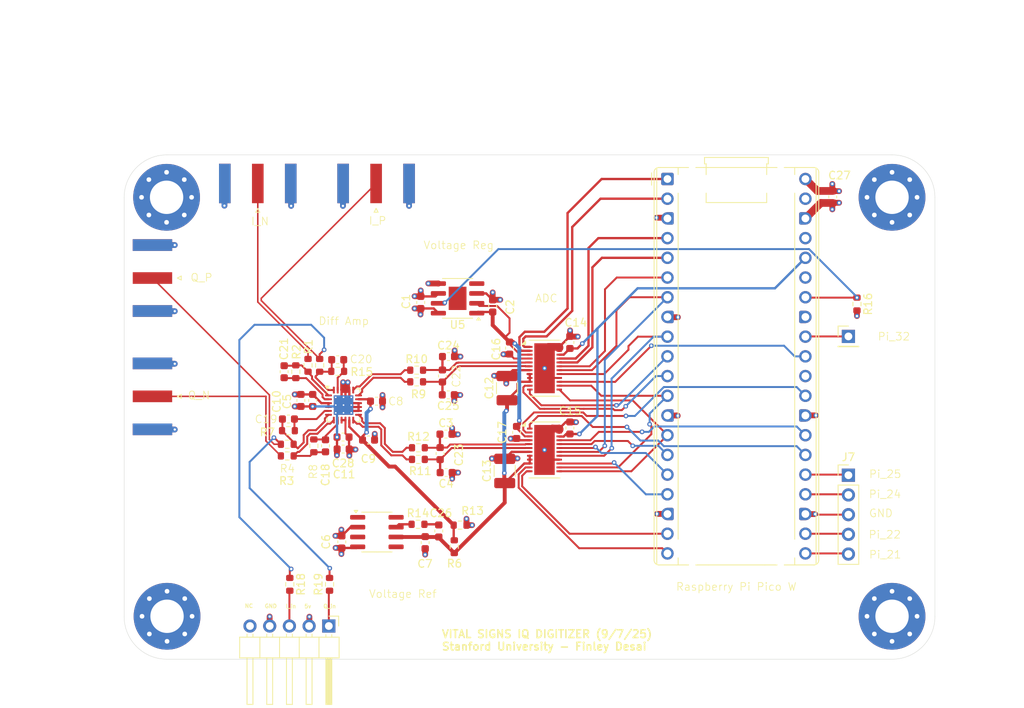
<source format=kicad_pcb>
(kicad_pcb (version 20241229) (generator "pcbnew") (generator_version "9.0")
  (layers (0 "F.Cu" signal) (4 "In1.Cu" power) (6 "In2.Cu" power) (2 "B.Cu" signal) (13 "F.Paste" user) (15 "B.Paste" user) (5 "F.SilkS" user "F.Silkscreen") (7 "B.SilkS" user "B.Silkscreen") (1 "F.Mask" user) (3 "B.Mask" user) (25 "Edge.Cuts" user))
  (net 0 "")
  (net 2 "Net-(A1-GPIO4)")
  (net 3 "GND")
  (net 4 "Net-(A1-GPIO7)")
  (net 5 "Net-(A1-GPIO6)")
  (net 6 "Net-(A1-GPIO5)")
  (net 7 "+5V")
  (net 8 "Net-(A1-GPIO8)")
  (net 9 "Net-(A1-3V3)")
  (net 10 "Net-(A1-GPIO10)")
  (net 12 "Net-(A1-GPIO2)")
  (net 13 "Net-(A1-GPIO0)")
  (net 14 "Net-(A1-GPIO15)")
  (net 16 "Net-(A1-GPIO3)")
  (net 17 "Net-(A1-GPIO1)")
  (net 18 "Net-(U3-V_{DD})")
  (net 19 "Net-(U2-Vout)")
  (net 20 "Net-(U1A-VOCM1)")
  (net 21 "Net-(U1B-+FB2)")
  (net 22 "Net-(U1B--FB2)")
  (net 23 "Net-(U1A--FB1)")
  (net 24 "Net-(U1A-+FB1)")
  (net 25 "Net-(C26-Pad1)")
  (net 26 "Net-(U2-COMP)")
  (net 33 "Net-(A1-GPIO26_ADC0)")
  (net 35 "Net-(A1-GPIO9)")
  (net 36 "Net-(A1-GPIO14)")
  (net 37 "Net-(A1-GPIO13)")
  (net 38 "Net-(A1-GPIO11)")
  (net 39 "Net-(A1-GPIO12)")
  (net 40 "Net-(A1-GPIO21)")
  (net 41 "Net-(A1-GPIO20)")
  (net 42 "Net-(A1-GPIO22)")
  (net 44 "Net-(A1-GPIO28_ADC2)")
  (net 45 "Net-(J1-In-)")
  (net 46 "Net-(J2-In)")
  (net 47 "Net-(J3-In+)")
  (net 48 "Net-(J4-In)")
  (net 49 "Net-(U4-IN+)")
  (net 50 "Net-(U4-IN-)")
  (net 51 "Net-(U1B-IN2_N)")
  (net 52 "Net-(U1B-IN2_P)")
  (net 53 "Net-(U1A-IN1_P)")
  (net 54 "Net-(U1A-IN1_N)")
  (net 55 "Net-(U3-IN-)")
  (net 56 "Net-(U3-IN+)")
  (net 57 "Net-(U1A-1_P)")
  (net 58 "Net-(U1A-1_N)")
  (net 59 "Net-(U1B-2_P)")
  (net 60 "Net-(U1B-2_N)")
  (net 61 "Net-(A1-GPIO19)")
  (net 62 "Net-(A1-GPIO16)")
  (net 63 "Net-(A1-GPIO17)")
  (net 64 "Net-(A1-GPIO27_ADC1)")
  (net 65 "Net-(A1-GPIO18)")
  (net 66 "Net-(J5-Pin_1)")
  (net 67 "Net-(J5-Pin_3)")
  (footprint "Capacitor_SMD:C_0603_1608Metric" (layer "F.Cu") (at 96.55 98)
    (property "Reference" "C24")
    (property "Value" "3.3n" (hide yes))
  )
  (footprint "Capacitor_SMD:C_0603_1608Metric" (layer "F.Cu") (at 112.2 107.2 90)
    (property "Reference" "C15")
    (property "Value" "0.1u")
  )
  (footprint "Capacitor_SMD:C_0603_1608Metric" (layer "F.Cu") (at 95.475 110.5 90)
    (property "Reference" "C23")
    (property "Value" "3.3n")
  )
  (footprint "Resistor_SMD:R_0603_1608Metric" (layer "F.Cu") (at 92.625 119.615)
    (property "Reference" "R14")
    (property "Value" "82k")
  )
  (footprint "Resistor_SMD:R_0603_1608Metric" (layer "F.Cu") (at 75.775 110.8)
    (property "Reference" "R3")
    (property "Value" "1k")
  )
  (footprint "Connector_PinHeader_2.54mm:PinHeader_1x05_P2.54mm_Vertical" (layer "F.Cu") (at 148.1 113.29)
    (property "Reference" "J7")
    (property "Value" "Conn_01x05_Pin" (hide yes))
  )
  (footprint "Capacitor_SMD:C_0603_1608Metric" (layer "F.Cu") (at 77.525 103.65 -90)
    (property "Reference" "C10")
    (property "Value" "0.1u" (hide yes))
  )
  (footprint "Resistor_SMD:R_0603_1608Metric" (layer "F.Cu") (at 78.45 99.125 -90)
    (property "Reference" "R1")
    (property "Value" "1k")
  )
  (footprint "Capacitor_SMD:C_0603_1608Metric" (layer "F.Cu") (at 82.275 98.4)
    (property "Reference" "C20" (hide yes))
    (property "Value" "0.1u")
  )
  (footprint "Capacitor_SMD:C_0603_1608Metric" (layer "F.Cu") (at 82.9625 108.375 180)
    (property "Reference" "C28")
    (property "Value" "1n")
  )
  (footprint "Resistor_SMD:R_0603_1608Metric" (layer "F.Cu") (at 75.775 109.3)
    (property "Reference" "R4" (hide yes))
    (property "Value" "1k")
  )
  (footprint "Capacitor_SMD:C_0603_1608Metric" (layer "F.Cu") (at 80.7 109.5 90)
    (property "Reference" "C18")
    (property "Value" "0.1u")
  )
  (footprint "Resistor_SMD:R_0603_1608Metric" (layer "F.Cu") (at 76.1 127.35 -90)
    (property "Reference" "R18")
    (property "Value" "0")
  )
  (footprint "Capacitor_SMD:C_0603_1608Metric" (layer "F.Cu") (at 75.375 99.95 -90)
    (property "Reference" "C21")
    (property "Value" "0.1u")
  )
  (footprint "MountingHole:MountingHole_4.3mm_M4_Pad_Via" (layer "F.Cu") (at 153.719581 131.469581 -90)
    (property "Reference" "H1" (hide yes))
    (property "Value" "MountingHole_Pad" (hide yes))
  )
  (footprint "Capacitor_SMD:C_0603_1608Metric" (layer "F.Cu") (at 95.3 120.475 -90)
    (property "Reference" "C26")
    (property "Value" "10n")
  )
  (footprint "Connector_Coaxial:SMA_Amphenol_132289_EdgeMount" (layer "F.Cu") (at 58.4 87.875 180)
    (property "Reference" "J4" (hide yes))
    (property "Value" "Conn_Coaxial" (hide yes))
  )
  (footprint "MountingHole:MountingHole_4.3mm_M4_Pad_Via" (layer "F.Cu") (at 60.280419 131.469581 90)
    (property "Reference" "H2" (hide yes))
    (property "Value" "MountingHole_Pad" (hide yes))
  )
  (footprint "Capacitor_SMD:C_0603_1608Metric" (layer "F.Cu") (at 87.275 103.75)
    (property "Reference" "C8" (hide yes))
    (property "Value" "0.1u")
  )
  (footprint "Resistor_SMD:R_0603_1608Metric" (layer "F.Cu") (at 81.225 127.35 90)
    (property "Reference" "R19")
    (property "Value" "0")
  )
  (footprint "Connector_Coaxial:SMA_Amphenol_132289_EdgeMount" (layer "F.Cu") (at 71.975 75.6875 90)
    (property "Reference" "J1" (hide yes))
    (property "Value" "Conn_Coaxial" (hide yes))
  )
  (footprint "Package_DFN_QFN:DFN-24-1EP_4x7mm_P0.5mm_EP2.64x6.44mm" (layer "F.Cu") (at 108.935 99.5)
    (property "Reference" "U3" (hide yes))
    (property "Value" "LTC2508CDKD-32" (hide yes))
  )
  (footprint "Capacitor_SMD:C_0603_1608Metric" (layer "F.Cu") (at 82.8 121.89 -90)
    (property "Reference" "C6")
    (property "Value" "0.1u")
  )
  (footprint "Resistor_SMD:R_0603_1608Metric" (layer "F.Cu") (at 92.45 101.25)
    (property "Reference" "R9")
    (property "Value" "10")
  )
  (footprint "Resistor_SMD:R_0603_1608Metric" (layer "F.Cu") (at 79.95 99.125 -90)
    (property "Reference" "R5" (hide yes))
    (property "Value" "1k")
  )
  (footprint "Capacitor_SMD:C_0603_1608Metric" (layer "F.Cu") (at 75.925 106.05)
    (property "Reference" "C19" (hide yes))
    (property "Value" "0.1u")
  )
  (footprint "Package_CSP:LFCSP-24-1EP_4x4mm_P0.5mm_EP2.5x2.5mm_ThermalVias" (layer "F.Cu") (at 83.025 104.25)
    (property "Reference" "U1" (hide yes))
    (property "Value" "ADA4940-2")
  )
  (footprint "Connector_Coaxial:SMA_Amphenol_132289_EdgeMount" (layer "F.Cu") (at 58.4 103.125 180)
    (property "Reference" "J2" (hide yes))
    (property "Value" "Conn_Coaxial" (hide yes))
  )
  (footprint "MountingHole:MountingHole_4.3mm_M4_Pad_Via" (layer "F.Cu") (at 60.219581 77.469581 90)
    (property "Reference" "H3" (hide yes))
    (property "Value" "MountingHole_Pad" (hide yes))
  )
  (footprint "Resistor_SMD:R_0603_1608Metric" (layer "F.Cu") (at 76.875 99.95 -90)
    (property "Reference" "R2")
    (property "Value" "1k")
  )
  (footprint "Resistor_SMD:R_0603_1608Metric" (layer "F.Cu") (at 92.675 109.75)
    (property "Reference" "R12")
    (property "Value" "10")
  )
  (footprint "Resistor_SMD:R_0603_1608Metric" (layer "F.Cu") (at 92.675 111.25)
    (property "Reference" "R11")
    (property "Value" "10")
  )
  (footprint "Package_DFN_QFN:DFN-24-1EP_4x7mm_P0.5mm_EP2.64x6.44mm" (layer "F.Cu") (at 108.925 110.03)
    (property "Reference" "U4" (hide yes))
    (property "Value" "LTC2508CDKD-32")
  )
  (footprint "Capacitor_SMD:C_0603_1608Metric" (layer "F.Cu") (at 104.425 96.9 -90)
    (property "Reference" "C16")
    (property "Value" "10u")
  )
  (footprint "MountingHole:MountingHole_4.3mm_M4_Pad_Via" (layer "F.Cu") (at 153.719581 77.469581 90)
    (property "Reference" "H4" (hide yes))
    (property "Value" "MountingHole_Pad" (hide yes))
  )
  (footprint "Resistor_SMD:R_0603_1608Metric" (layer "F.Cu") (at 79.2 109.5 90)
    (property "Reference" "R8" (hide yes))
    (property "Value" "1k")
  )
  (footprint "Capacitor_SMD:C_0603_1608Metric" (layer "F.Cu") (at 93.55 121.975 -90)
    (property "Reference" "C7")
    (property "Value" "10u")
  )
  (footprint "Package_SO:SOIC-8-1EP_3.9x4.9mm_P1.27mm_EP2.29x3mm" (layer "F.Cu") (at 97.725 90.495 180)
    (property "Reference" "U5")
    (property "Value" "~")
  )
  (footprint "Resistor_SMD:R_0603_1608Metric" (layer "F.Cu") (at 92.45 99.75)
    (property "Reference" "R10")
    (property "Value" "10")
  )
  (footprint "Resistor_SMD:R_0603_1608Metric" (layer "F.Cu") (at 149.2 91.225 -90)
    (property "Reference" "R16")
    (property "Value" "100k")
  )
  (footprint "Capacitor_SMD:C_0603_1608Metric" (layer "F.Cu") (at 86.25 108.75)
    (property "Reference" "C9")
    (property "Value" "0.1u")
  )
  (footprint "Resistor_SMD:R_0603_1608Metric" (layer "F.Cu") (at 97.3 122.5 90)
    (property "Reference" "R6")
    (property "Value" "10k")
  )
  (footprint "Capacitor_SMD:C_0603_1608Metric" (layer "F.Cu") (at 105.335 107.775 -90)
    (property "Reference" "C17")
    (property "Value" "10u")
  )
  (footprint "Capacitor_SMD:C_1210_3225Metric_Pad1.33x2.70mm_HandSolder" (layer "F.Cu") (at 103.8 112.7375 90)
    (property "Reference" "C13")
    (property "Value" "47u")
  )
  (footprint "Capacitor_SMD:C_0603_1608Metric" (layer "F.Cu") (at 92.975 91.02 90)
    (property "Reference" "C1")
    (property "Value" "1u")
  )
  (footprint "Resistor_SMD:R_0603_1608Metric" (layer "F.Cu") (at 82.275 99.9)
    (property "Reference" "R15")
    (property "Value" "1k" (hide yes))
  )
  (footprint "Connector_PinHeader_2.54mm:PinHeader_1x05_P2.54mm_Horizontal" (layer "F.Cu") (at 81.13 132.725 -90)
    (property "Reference" "J5" (hide yes))
    (property "Value" "Conn_01x05_Pin" (hide yes))
  )
  (footprint "Capacitor_SMD:C_1210_3225Metric_Pad1.33x2.70mm_HandSolder" (layer "F.Cu") (at 104.1 102.0625 90)
    (property "Reference" "C12")
    (property "Value" "47u")
  )
  (footprint "Package_SO:SOIC-8_3.9x4.9mm_P1.27mm" (layer "F.Cu") (at 87.325 120.615)
    (property "Reference" "U2" (hide yes))
    (property "Value" "~")
  )
  (footprint "Capacitor_SMD:C_0603_1608Metric" (layer "F.Cu") (at 79.05 103.65 -90)
    (property "Reference" "C5")
    (property "Value" "1n")
  )
  (footprint "Resistor_SMD:R_0603_1608Metric" (layer "F.Cu") (at 75.925 107.55)
    (property "Reference" "R7")
    (property "Value" "1k" (hide yes))
  )
  (footprint "Capacitor_SMD:C_0603_1608Metric" (layer "F.Cu") (at 102.25 91.475 90)
    (property "Reference" "C2")
    (property "Value" "1u")
  )
  (footprint "Connector_Coaxial:SMA_Amphenol_132289_EdgeMount" (layer "F.Cu") (at 87.225 75.6875 90)
    (property "Reference" "J3" (hide yes))
    (property "Value" "Conn_Coaxial" (hide yes))
  )
  (footprint "Capacitor_SMD:C_0603_1608Metric" (layer "F.Cu") (at 96.25 112.95 180)
    (property "Reference" "C4")
    (property "Value" "3.3n")
  )
  (footprint "Capacitor_SMD:C_0603_1608Metric" (layer "F.Cu") (at 96.525 102.925 180)
    (property "Reference" "C25")
    (property "Value" "3.3n" (hide yes))
  )
  (footprint "Capacitor_SMD:C_0603_1608Metric" (layer "F.Cu") (at 112.2 96.175 90)
    (property "Reference" "C14")
    (property "Value" "0.1u")
  )
  (footprint "Connector_PinHeader_2.54mm:PinHeader_1x01_P2.54mm_Vertical" (layer "F.Cu") (at 148.1 95.4)
    (property "Reference" "J6" (hide yes))
    (property "Value" "Conn_01x01_Pin" (hide yes))
  )
  (footprint "Capacitor_SMD:C_0603_1608Metric" (layer "F.Cu") (at 146.075 77.425 90)
    (property "Reference" "C27")
    (property "Value" "10u")
  )
  (footprint "Capacitor_SMD:C_0603_1608Metric" (layer "F.Cu") (at 95.775 100.5 90)
    (property "Reference" "C22" (hide yes))
    (property "Value" "3.3n" (hide yes))
  )
  (footprint "Capacitor_SMD:C_0603_1608Metric" (layer "F.Cu") (at 96.225 108)
    (property "Reference" "C3")
    (property "Value" "3.3n")
  )
  (footprint "Module:RaspberryPi_Pico_Common_THT" (layer "F.Cu") (at 124.775 75.11)
    (property "Reference" "A1" (hide yes))
    (property "Value" "RaspberryPi_Pico_W" (hide yes))
  )
  (footprint "Resistor_SMD:R_0603_1608Metric" (layer "F.Cu") (at 98.05 119.725)
    (property "Reference" "R13")
    (property "Value" "10k")
  )
  (footprint "Capacitor_SMD:C_0603_1608Metric" (layer "F.Cu") (at 82.975 109.925 180)
    (property "Reference" "C11")
    (property "Value" "0.1u")
  )
  (gr_arc (start 60.25 137) (mid 56.360913 135.389087) (end 54.75 131.5) (stroke (width 0.05)) (layer "Edge.Cuts"))
  (gr_arc (start 159.25 131.5) (mid 157.639087 135.389087) (end 153.75 137) (stroke (width 0.05)) (layer "Edge.Cuts"))
  (gr_line (start 159.25 131.5) (end 159.25 77.5) (stroke (width 0.05)) (layer "Edge.Cuts"))
  (gr_line (start 153.75 72) (end 60.25 72) (stroke (width 0.05)) (layer "Edge.Cuts"))
  (gr_line (start 60.25 137) (end 153.75 137) (stroke (width 0.05)) (layer "Edge.Cuts"))
  (gr_arc (start 153.75 72) (mid 157.639087 73.610913) (end 159.25 77.5) (stroke (width 0.05)) (layer "Edge.Cuts"))
  (gr_line (start 54.75 77.5) (end 54.75 131.5) (stroke (width 0.05)) (layer "Edge.Cuts"))
  (gr_arc (start 54.75 77.5) (mid 56.360913 73.610913) (end 60.25 72) (stroke (width 0.05)) (layer "Edge.Cuts"))
  (gr_text "Voltage Ref" (at 86.25 129.175 0) (layer "F.SilkS") (effects (font (size 1 1) (thickness 0.1)) (justify left bottom)))
  (gr_text "Pi_21" (at 150.7 124.1 0) (layer "F.SilkS") (effects (font (size 1 1) (thickness 0.1)) (justify left bottom)))
  (gr_text "C19" (at 71.525 106.65 0) (layer "F.SilkS") (effects (font (size 1 1) (thickness 0.1)) (justify left bottom)))
  (gr_text "I_P" (at 86.225 81.075 0) (layer "F.SilkS") (effects (font (size 1 1) (thickness 0.1)) (justify left bottom)))
  (gr_text "GND" (at 72.825 130.45 0) (layer "F.SilkS") (effects (font (size 0.5 0.5) (thickness 0.1)) (justify left bottom)))
  (gr_text "5v" (at 77.925 130.475 0) (layer "F.SilkS") (effects (font (size 0.5 0.5) (thickness 0.1)) (justify left bottom)))
  (gr_text "Diff Amp" (at 79.75 94 0) (layer "F.SilkS") (effects (font (size 1 1) (thickness 0.1)) (justify left bottom)))
  (gr_text "Q_N" (at 62.9 103.575 0) (layer "F.SilkS") (effects (font (size 1 1) (thickness 0.1)) (justify left bottom)))
  (gr_text "Pi_24" (at 150.675 116.325 0) (layer "F.SilkS") (effects (font (size 1 1) (thickness 0.1)) (justify left bottom)))
  (gr_text "Voltage Reg\n" (at 93.275 84.225 0) (layer "F.SilkS") (effects (font (size 1 1) (thickness 0.1)) (justify left bottom)))
  (gr_text "Pi_22" (at 150.65 121.525 0) (layer "F.SilkS") (effects (font (size 1 1) (thickness 0.1)) (justify left bottom)))
  (gr_text "Raspberry Pi Pico W" (at 125.825 128.25 0) (layer "F.SilkS") (effects (font (size 1 1) (thickness 0.1)) (justify left bottom)))
  (gr_text "C22" (at 98.15 102.05 90) (layer "F.SilkS") (effects (font (size 1 1) (thickness 0.1)) (justify left bottom)))
  (gr_text "ADC\n" (at 107.675 91.075 0) (layer "F.SilkS") (effects (font (size 1 1) (thickness 0.1)) (justify left bottom)))
  (gr_text "VITAL SIGNS IQ DIGITIZER (9/7/25)\nStanford University - Finley Desai " (at 95.6 135.95 0) (layer "F.SilkS") (effects (font (size 1 1) (thickness 0.2) (bold yes)) (justify left bottom)))
  (gr_text "Pi_25\n" (at 150.7 113.725 0) (layer "F.SilkS") (effects (font (size 1 1) (thickness 0.1)) (justify left bottom)))
  (gr_text "I_in" (at 75.525 130.475 0) (layer "F.SilkS") (effects (font (size 0.5 0.5) (thickness 0.1)) (justify left bottom)))
  (gr_text "Q_P\n" (at 63.25 88.4 0) (layer "F.SilkS") (effects (font (size 1 1) (thickness 0.1)) (justify left bottom)))
  (gr_text "C20\n" (at 83.775 98.925 0) (layer "F.SilkS") (effects (font (size 1 1) (thickness 0.1)) (justify left bottom)))
  (gr_text "R4" (at 74.75 113.025 0) (layer "F.SilkS") (effects (font (size 1 1) (thickness 0.1)) (justify left bottom)))
  (gr_text "GND\n" (at 150.7 118.775 0) (layer "F.SilkS") (effects (font (size 1 1) (thickness 0.1)) (justify left bottom)))
  (gr_text "R8\n" (at 79.7 113.875 90) (layer "F.SilkS") (effects (font (size 1 1) (thickness 0.1)) (justify left bottom)))
  (gr_text "Pi_32" (at 151.825 96 0) (layer "F.SilkS") (effects (font (size 1 1) (thickness 0.1)) (justify left bottom)))
  (gr_text "C8" (at 88.725 104.35 0) (layer "F.SilkS") (effects (font (size 1 1) (thickness 0.1)) (justify left bottom)))
  (gr_text "I_N" (at 71.05 81.15 0) (layer "F.SilkS") (effects (font (size 1 1) (thickness 0.1)) (justify left bottom)))
  (gr_text "Q_in" (at 80.375 130.475 0) (layer "F.SilkS") (effects (font (size 0.5 0.5) (thickness 0.1)) (justify left bottom)))
  (gr_text "NC" (at 70.25 130.425 0) (layer "F.SilkS") (effects (font (size 0.5 0.5) (thickness 0.1)) (justify left bottom)))
  (segment (start 124.775 87.81) (end 118.24 87.81) (width 0.25) (layer "F.Cu") (net 2))
  (segment (start 110.835 99.25) (end 114.75 99.25) (width 0.25) (layer "F.Cu") (net 2))
  (segment (start 114.75 99.25) (end 116.725 97.275) (width 0.25) (layer "F.Cu") (net 2))
  (segment (start 116.725 97.275) (end 116.725 89.325) (width 0.25) (layer "F.Cu") (net 2))
  (segment (start 118.24 87.81) (end 116.725 89.325) (width 0.25) (layer "F.Cu") (net 2))
  (segment (start 104.55 108.575) (end 105.31 108.575) (width 0.75) (layer "F.Cu") (net 3))
  (segment (start 83.275 104) (end 83.025 104.25) (width 0.3) (layer "F.Cu") (net 3))
  (segment (start 97.025 107.975) (end 97 108) (width 0.75) (layer "F.Cu") (net 3))
  (segment (start 126.125 92.925) (end 124.81 92.925) (width 0.75) (layer "F.Cu") (net 3))
  (segment (start 102.25 90.7) (end 101.41 89.86) (width 0.3) (layer "F.Cu") (net 3))
  (segment (start 112.225 106.45) (end 112.2 106.425) (width 0.75) (layer "F.Cu") (net 3))
  (segment (start 110.854 107.425) (end 110.825 107.454) (width 1) (layer "F.Cu") (net 3))
  (segment (start 61.275 92.15) (end 58.425 92.15) (width 0.75) (layer "F.Cu") (net 3))
  (segment (start 67.675 78.55) (end 67.675 75.7375) (width 0.75) (layer "F.Cu") (net 3))
  (segment (start 82.175 110.725) (end 82.175 109.95) (width 0.75) (layer "F.Cu") (net 3))
  (segment (start 76.275 78.575) (end 76.275 75.7375) (width 0.75) (layer "F.Cu") (net 3))
  (segment (start 91.5 75.6625) (end 91.475 75.6875) (width 0.75) (layer "F.Cu") (net 3))
  (segment (start 110.826 96.899) (end 110.835 96.899) (width 1) (layer "F.Cu") (net 3))
  (segment (start 146.025 79.025) (end 146.025 78.25) (width 0.75) (layer "F.Cu") (net 3))
  (segment (start 113 106.45) (end 112.225 106.45) (width 0.75) (layer "F.Cu") (net 3))
  (segment (start 142.57 118.275) (end 142.555 118.29) (width 0.75) (layer "F.Cu") (net 3))
  (segment (start 83.275 104.5) (end 83.025 104.25) (width 0.3) (layer "F.Cu") (net 3))
  (segment (start 113.225 95.425) (end 112.225 95.425) (width 0.75) (layer "F.Cu") (net 3))
  (segment (start 83.475 102.3125) (end 83.775 102.3125) (width 0.3) (layer "F.Cu") (net 3))
  (segment (start 82.175 109.95) (end 82.2 109.925) (width 0.75) (layer "F.Cu") (net 3))
  (segment (start 58.45 83.575) (end 58.4 83.625) (width 0.75) (layer "F.Cu") (net 3))
  (segment (start 58.425 92.1) (end 58.4 92.125) (width 0.75) (layer "F.Cu") (net 3))
  (segment (start 83.275 102.3125) (end 83.275 104) (width 0.3) (layer "F.Cu") (net 3))
  (segment (start 84.9625 104) (end 83.275 104) (width 0.3) (layer "F.Cu") (net 3))
  (segment (start 83.575 101.325) (end 83.475 101.425) (width 0.75) (layer "F.Cu") (net 3))
  (segment (start 144.545 78.2) (end 142.555 80.19) (width 1) (layer "F.Cu") (net 3))
  (segment (start 97.025 112.95) (end 97.025 113.75) (width 0.75) (layer "F.Cu") (net 3))
  (segment (start 82.75 122.715) (end 82.8 122.665) (width 0.75) (layer "F.Cu") (net 3))
  (segment (start 109.485 96.75) (end 108.935 97.3) (width 1) (layer "F.Cu") (net 3))
  (segment (start 58.475 107.45) (end 58.4 107.375) (width 0.75) (layer "F.Cu") (net 3))
  (segment (start 112.225 94.625) (end 112.225 95.375) (width 0.75) (layer "F.Cu") (net 3))
  (segment (start 112.185 95.4) (end 110.835 96.75) (width 0.3) (layer "F.Cu") (net 3))
  (segment (start 104.695 110.28) (end 103.8 111.175) (width 0.3) (layer "F.Cu") (net 3))
  (segment (start 148.02 118.29) (end 148.1 118.37) (width 0.25) (layer "F.Cu") (net 3))
  (segment (start 102.275 90.675) (end 102.25 90.7) (width 0.75) (layer "F.Cu") (net 3))
  (segment (start 110.175 111.28) (end 108.925 110.03) (width 0.3) (layer "F.Cu") (net 3))
  (segment (start 104.425 97.675) (end 105 98.25) (width 0.25) (layer "F.Cu") (net 3))
  (segment (start 112.2 106.425) (end 111.68 106.425) (width 0.3) (layer "F.Cu") (net 3))
  (segment (start 98.075 102.95) (end 97.325 102.95) (width 0.75) (layer "F.Cu") (net 3))
  (segment (start 108.935 97.3) (end 108.935 97.6) (width 1) (layer "F.Cu") (net 3))
  (segment (start 58.45 98.925) (end 58.4 98.875) (width 0.75) (layer "F.Cu") (net 3))
  (segment (start 91.475 78.575) (end 91.475 75.6875) (width 0.75) (layer "F.Cu") (net 3))
  (segment (start 109.0175 99.5825) (end 108.935 99.5) (width 0.3) (layer "F.Cu") (net 3))
  (segment (start 109.948 107.28) (end 108.925 108.303) (width 1) (layer "F.Cu") (net 3))
  (segment (start 108.925 108.303) (end 108.925 110.03) (width 1) (layer "F.Cu") (net 3))
  (segment (start 88.1 103.8) (end 88.05 103.75) (width 0.3) (layer "F.Cu") (net 3))
  (segment (start 143.8 118.3) (end 142.565 118.3) (width 0.75) (layer "F.Cu") (net 3))
  (segment (start 112.225 95.375) (end 112.2 95.4) (width 0.75) (layer "F.Cu") (net 3))
  (segment (start 87.05 107.95) (end 87.05 108.725) (width 0.75) (layer "F.Cu") (net 3))
  (segment (start 104.075 100.475) (end 104.1 100.5) (width 0.75) (layer "F.Cu") (net 3))
  (segment (start 83.775 105) (end 83.025 104.25) (width 0.3) (layer "F.Cu") (net 3))
  (segment (start 97.025 107.2) (end 97.025 107.975) (width 0.75) (layer "F.Cu") (net 3))
  (segment (start 82.1875 109.9125) (end 82.2 109.925) (width 0.3) (layer "F.Cu") (net 3))
  (segment (start 142.565 118.3) (end 142.555 118.29) (width 0.75) (layer "F.Cu") (net 3))
  (segment (start 97.775 108.025) (end 97.025 108.025) (width 0.75) (layer "F.Cu") (net 3))
  (segment (start 84.9625 105) (end 83.775 105) (width 0.3) (layer "F.Cu") (net 3))
  (segment (start 93.55 123.525) (end 93.55 122.75) (width 0.75) (layer "F.Cu") (net 3))
  (segment (start 61.275 98.925) (end 58.45 98.925) (width 0.75) (layer "F.Cu") (net 3))
  (segment (start 61.275 107.4) (end 58.425 107.4) (width 0.75) (layer "F.Cu") (net 3))
  (segment (start 107.025 110.28) (end 104.695 110.28) (width 0.3) (layer "F.Cu") (net 3))
  (segment (start 126.065 105.59) (end 126.1 105.625) (width 0.75) (layer "F.Cu") (net 3))
  (segment (start 112.2 95.4) (end 112.185 95.4) (width 0.3) (layer "F.Cu") (net 3))
  (segment (start 83.475 101.425) (end 83.475 102.3125) (width 0.75) (layer "F.Cu") (net 3))
  (segment (start 73.5 131.5) (end 73.5 132.715) (width 0.75) (layer "F.Cu") (net 3))
  (segment (start 102.25 89.725) (end 102.25 90.7) (width 0.75) (layer "F.Cu") (net 3))
  (segment (start 105.335 108.55) (end 105.566 108.781) (width 0.3) (layer "F.Cu") (net 3))
  (segment (start 102.15 111.15) (end 103.775 111.15) (width 0.75) (layer "F.Cu") (net 3))
  (segment (start 143.8 118.3) (end 143.87 118.37) (width 0.25) (layer "F.Cu") (net 3))
  (segment (start 124.81 92.925) (end 124.775 92.89) (width 0.75) (layer "F.Cu") (net 3))
  (segment (start 110.835 96.75) (end 109.485 96.75) (width 1) (layer "F.Cu") (net 3))
  (segment (start 92.975 89.475) (end 92.975 90.245) (width 0.75) (layer "F.Cu") (net 3))
  (segment (start 107.035 99.75) (end 104.85 99.75) (width 0.3) (layer "F.Cu") (net 3))
  (segment (start 98.875 118.9) (end 98.875 119.725) (width 0.75) (layer "F.Cu") (net 3))
  (segment (start 76.725 104.425) (end 77.525 104.425) (width 0.75) (layer "F.Cu") (net 3))
  (segment (start 104 101.475) (end 104 100.6) (width 0.75) (layer "F.Cu") (net 3))
  (segment (start 105.31 108.575) (end 105.335 108.55) (width 0.75) (layer "F.Cu") (net 3))
  (segment (start 92.955 90.225) (end 92.975 90.245) (width 0.75) (layer "F.Cu") (net 3))
  (segment (start 83.775 102.3125) (end 83.775 103.5) (width 0.3) (layer "F.Cu") (net 3))
  (segment (start 110.854 107.309) (end 110.854 107.425) (width 1) (layer "F.Cu") (net 3))
  (segment (start 84.9625 105) (end 84.9625 104) (width 0.3) (layer "F.Cu") (net 3))
  (segment (start 110.835 96.89) (end 110.826 96.899) (width 1) (layer "F.Cu") (net 3))
  (segment (start 67.675 75.7375) (end 67.725 75.6875) (width 0.75) (layer "F.Cu") (net 3))
  (segment (start 58.425 107.4) (end 58.4 107.375) (width 0.75) (layer "F.Cu") (net 3))
  (segment (start 104 100.6) (end 104.1 100.5) (width 0.75) (layer "F.Cu") (net 3))
  (segment (start 88.05 102.95) (end 88.05 104.55) (width 0.75) (layer "F.Cu") (net 3))
  (segment (start 83.025 102.3125) (end 83.275 102.3125) (width 0.3) (layer "F.Cu") (net 3))
  (segment (start 102.175 111.125) (end 102.15 111.15) (width 0.75) (layer "F.Cu") (net 3))
  (segment (start 91.5 75.7125) (end 91.475 75.6875) (width 0.75) (layer "F.Cu") (net 3))
  (segment (start 76.275 75.7375) (end 76.225 75.6875) (width 0.75) (layer "F.Cu") (net 3))
  (segment (start 98.1 98) (end 97.325 98) (width 0.75) (layer "F.Cu") (net 3))
  (segment (start 92.175 90.225) (end 92.955 90.225) (width 0.75) (layer "F.Cu") (net 3))
  (segment (start 112.225 95.425) (end 112.2 95.4) (width 0.75) (layer "F.Cu") (net 3))
  (segment (start 82 122.65) (end 82.785 122.65) (width 0.75) (layer "F.Cu") (net 3))
  (segment (start 101.41 89.86) (end 100.2 89.86) (width 0.3) (layer "F.Cu") (net 3))
  (segment (start 105.566 108.781) (end 107.025 108.781) (width 0.3) (layer "F.Cu") (net 3))
  (segment (start 67.65 75.7625) (end 67.725 75.6875) (width 0.75) (layer "F.Cu") (net 3))
  (segment (start 97.35 97.975) (end 97.325 98) (width 0.75) (layer "F.Cu") (net 3))
  (segment (start 84.9625 104.5) (end 83.275 104.5) (width 0.3) (layer "F.Cu") (net 3))
  (segment (start 82.785 122.65) (end 82.8 122.665) (width 0.75) (layer "F.Cu") (net 3))
  (segment (start 58.425 92.15) (end 58.4 92.125) (width 0.75) (layer "F.Cu") (net 3))
  (segment (start 97.025 108.025) (end 97 108) (width 0.75) (layer "F.Cu") (net 3))
  (segment (start 110.835 100.75) (end 110.185 100.75) (width 0.25) (layer "F.Cu") (net 3))
  (segment (start 82.95 78.575) (end 82.95 75.7125) (width 0.75) (layer "F.Cu") (net 3))
  (segment (start 82.975 102.2625) (end 83.025 102.3125) (width 0.75) (layer "F.Cu") (net 3))
  (segment (start 124.775 105.59) (end 126.065 105.59) (width 0.75) (layer "F.Cu") (net 3))
  (segment (start 110.825 111.28) (end 110.175 111.28) (width 0.3) (layer "F.Cu") (net 3))
  (segment (start 143.9 105.575) (end 142.57 105.575) (width 0.75) (layer "F.Cu") (net 3))
  (segment (start 82.95 75.7125) (end 82.975 75.6875) (width 0.75) (layer "F.Cu") (net 3))
  (segment (start 82.775 102.3125) (end 82.775 104) (width 0.3) (layer "F.Cu") (net 3))
  (segment (start 102.425 100.475) (end 104.075 100.475) (width 0.75) (layer "F.Cu") (net 3))
  (segment (start 124.685 80.1) (end 124.775 80.19) (width 0.75) (layer "F.Cu") (net 3))
  (segment (start 82.1875 108.375) (end 82.1875 109.9125) (width 0.3) (layer "F.Cu") (net 3))
  (segment (start 103.775 111.15) (end 103.8 111.175) (width 0.75) (layer "F.Cu") (net 3))
  (segment (start 104.85 99.75) (end 104.1 100.5) (width 0.3) (layer "F.Cu") (net 3))
  (segment (start 94.865 90.245) (end 95.25 89.86) (width 0.3) (layer "F.Cu") (net 3))
  (segment (start 123.35 80.1) (end 124.685 80.1) (width 0.75) (layer "F.Cu") (net 3))
  (segment (start 97.35 97.2) (end 97.35 97.975) (width 0.75) (layer "F.Cu") (net 3))
  (segment (start 146.1 78.175) (end 146.075 78.2) (width 0.75) (layer "F.Cu") (net 3))
  (segment (start 105 98.25) (end 107.035 98.25) (width 0.25) (layer "F.Cu") (net 3))
  (segment (start 123.425 118.275) (end 124.76 118.275) (width 0.75) (layer "F.Cu") (net 3))
  (segment (start 124.76 118.275) (end 124.775 118.29) (width 0.75) (layer "F.Cu") (net 3))
  (segment (start 82.975 101.3) (end 82.975 102.2625) (width 0.75) (layer "F.Cu") (net 3))
  (segment (start 82.775 104) (end 83.025 104.25) (width 0.3) (layer "F.Cu") (net 3))
  (segment (start 77.525 104.425) (end 79.05 104.425) (width 0.3) (layer "F.Cu") (net 3))
  (segment (start 146.9 78.175) (end 146.1 78.175) (width 0.75) (layer "F.Cu") (net 3))
  (segment (start 110.825 107.28) (end 109.948 107.28) (width 1) (layer "F.Cu") (net 3))
  (segment (start 82.75 123.45) (end 82.75 122.715) (width 0.75) (layer "F.Cu") (net 3))
  (segment (start 61.275 83.625) (end 58.4 83.625) (width 0.75) (layer "F.Cu") (net 3))
  (segment (start 103.225 90.675) (end 102.275 90.675) (width 0.75) (layer "F.Cu") (net 3))
  (segment (start 92.975 90.245) (end 94.865 90.245) (width 0.3) (layer "F.Cu") (net 3))
  (segment (start 143.87 118.37) (end 148.1 118.37) (width 0.25) (layer "F.Cu") (net 3))
  (segment (start 84.705 122.665) (end 84.85 122.52) (width 0.3) (layer "F.Cu") (net 3))
  (segment (start 110.825 107.28) (end 110.854 107.309) (width 1) (layer "F.Cu") (net 3))
  (segment (start 99.6 119.725) (end 98.875 119.725) (width 0.75) (layer "F.Cu") (net 3))
  (segment (start 110.835 96.75) (end 110.835 96.89) (width 1) (layer "F.Cu") (net 3))
  (segment (start 146.025 78.25) (end 146.075 78.2) (width 0.75) (layer "F.Cu") (net 3))
  (segment (start 111.68 106.425) (end 110.825 107.28) (width 0.3) (layer "F.Cu") (net 3))
  (segment (start 82.775 102.3125) (end 83.025 102.3125) (width 0.3) (layer "F.Cu") (net 3))
  (segment (start 73.5 132.715) (end 73.51 132.725) (width 0.75) (layer "F.Cu") (net 3))
  (segment (start 97.325 102.95) (end 97.3 102.925) (width 0.75) (layer "F.Cu") (net 3))
  (segment (start 97.3 103.725) (end 97.3 102.925) (width 0.75) (layer "F.Cu") (net 3))
  (segment (start 146.075 78.2) (end 144.545 78.2) (width 1) (layer "F.Cu") (net 3))
  (segment (start 142.57 105.575) (end 142.555 105.59) (width 0.75) (layer "F.Cu") (net 3))
  (segment (start 97.025 112.95) (end 97.8 112.95) (width 0.75) (layer "F.Cu") (net 3))
  (segment (start 105.45 111.125) (end 102.175 111.125) (width 0.75) (layer "F.Cu") (net 3))
  (segment (start 110.185 100.75) (end 108.935 99.5) (width 0.25) (layer "F.Cu") (net 3))
  (segment (start 104.4 97.7) (end 104.425 97.675) (width 0.75) (layer "F.Cu") (net 3))
  (segment (start 83.275 102.3125) (end 83.475 102.3125) (width 0.3) (layer "F.Cu") (net 3))
  (segment (start 103.625 97.7) (end 104.4 97.7) (width 0.75) (layer "F.Cu") (net 3))
  (segment (start 108.935 97.6) (end 108.935 99.5) (width 1) (layer "F.Cu") (net 3))
  (segment (start 83.775 103.5) (end 83.025 104.25) (width 0.3) (layer "F.Cu") (net 3))
  (segment (start 87.05 108.725) (end 87.025 108.75) (width 0.75) (layer "F.Cu") (net 3))
  (segment (start 82.8 122.665) (end 84.705 122.665) (width 0.3) (layer "F.Cu") (net 3))
  (via (at 146.9 78.175) (size 0.6) (drill 0.3) (layers "F.Cu" "B.Cu") (net 3))
  (via (at 87.05 107.95) (size 0.6) (drill 0.3) (layers "F.Cu" "B.Cu") (net 3))
  (via (at 82.175 110.725) (size 0.6) (drill 0.3) (layers "F.Cu" "B.Cu") (net 3))
  (via (at 112.225 94.625) (size 0.6) (drill 0.3) (layers "F.Cu" "B.Cu") (net 3))
  (via (at 97.775 108.025) (size 0.6) (drill 0.3) (layers "F.Cu" "B.Cu") (net 3))
  (via (at 99.6 119.725) (size 0.6) (drill 0.3) (layers "F.Cu" "B.Cu") (net 3))
  (via (at 97.025 113.75) (size 0.6) (drill 0.3) (layers "F.Cu" "B.Cu") (net 3))
  (via (at 91.475 78.575) (size 0.6) (drill 0.3) (layers "F.Cu" "B.Cu") (net 3))
  (via (at 82.1875 108.375) (size 0.6) (drill 0.3) (layers "F.Cu" "B.Cu") (net 3))
  (via (at 82.75 123.45) (size 0.6) (drill 0.3) (layers "F.Cu" "B.Cu") (net 3))
  (via (at 76.725 104.425) (size 0.6) (drill 0.3) (layers "F.Cu" "B.Cu") (net 3))
  (via (at 83.575 101.325) (size 0.6) (drill 0.3) (layers "F.Cu" "B.Cu") (net 3))
  (via (at 98.075 102.95) (size 0.6) (drill 0.3) (layers "F.Cu" "B.Cu") (net 3))
  (via (at 108.935 99.5) (size 0.6) (drill 0.3) (layers "F.Cu" "B.Cu") (net 3))
  (via (at 103.625 97.7) (size 0.6) (drill 0.3) (layers "F.Cu" "B.Cu") (net 3))
  (via (at 61.275 83.625) (size 0.6) (drill 0.3) (layers "F.Cu" "B.Cu") (net 3))
  (via (at 146.025 79.025) (size 0.6) (drill 0.3) (layers "F.Cu" "B.Cu") (net 3))
  (via (at 92.175 90.225) (size 0.6) (drill 0.3) (layers "F.Cu" "B.Cu") (net 3))
  (via (at 82.95 78.575) (size 0.6) (drill 0.3) (layers "F.Cu" "B.Cu") (net 3))
  (via (at 67.675 78.55) (size 0.6) (drill 0.3) (layers "F.Cu" "B.Cu") (net 3))
  (via (at 93.55 123.525) (size 0.6) (drill 0.3) (layers "F.Cu" "B.Cu") (net 3))
  (via (at 73.5 131.5) (size 0.6) (drill 0.3) (layers "F.Cu" "B.Cu") (net 3))
  (via (at 143.9 105.575) (size 0.6) (drill 0.3) (layers "F.Cu" "B.Cu") (net 3))
  (via (at 98.875 118.9) (size 0.6) (drill 0.3) (layers "F.Cu" "B.Cu") (net 3))
  (via (at 97.3 103.725) (size 0.6) (drill 0.3) (layers "F.Cu" "B.Cu") (net 3))
  (via (at 123.35 80.1) (size 0.6) (drill 0.3) (layers "F.Cu" "B.Cu") (net 3))
  (via (at 113 106.45) (size 0.6) (drill 0.3) (layers "F.Cu" "B.Cu") (net 3))
  (via (at 88.05 102.95) (size 0.6) (drill 0.3) (layers "F.Cu" "B.Cu") (net 3))
  (via (at 97.35 97.2) (size 0.6) (drill 0.3) (layers "F.Cu" "B.Cu") (net 3))
  (via (at 61.275 98.925) (size 0.6) (drill 0.3) (layers "F.Cu" "B.Cu") (net 3))
  (via (at 123.425 118.275) (size 0.6) (drill 0.3) (layers "F.Cu" "B.Cu") (net 3))
  (via (at 61.275 107.4) (size 0.6) (drill 0.3) (layers "F.Cu" "B.Cu") (net 3))
  (via (at 104 101.475) (size 0.6) (drill 0.3) (layers "F.Cu" "B.Cu") (net 3))
  (via (at 98.1 98) (size 0.6) (drill 0.3) (layers "F.Cu" "B.Cu") (net 3))
  (via (at 79.05 104.425) (size 0.6) (drill 0.3) (layers "F.Cu" "B.Cu") (net 3))
  (via (at 88.05 104.55) (size 0.6) (drill 0.3) (layers "F.Cu" "B.Cu") (net 3))
  (via (at 97.8 112.95) (size 0.6) (drill 0.3) (layers "F.Cu" "B.Cu") (net 3))
  (via (at 102.15 111.15) (size 0.6) (drill 0.3) (layers "F.Cu" "B.Cu") (net 3))
  (via (at 92.975 89.475) (size 0.6) (drill 0.3) (layers "F.Cu" "B.Cu") (net 3))
  (via (at 97.025 107.2) (size 0.6) (drill 0.3) (layers "F.Cu" "B.Cu") (net 3))
  (via (at 143.8 118.3) (size 0.6) (drill 0.3) (layers "F.Cu" "B.Cu") (net 3))
  (via (at 105.45 111.125) (size 0.6) (drill 0.3) (layers "F.Cu" "B.Cu") (net 3))
  (via (at 102.25 89.725) (size 0.6) (drill 0.3) (layers "F.Cu" "B.Cu") (net 3))
  (via (at 113.225 95.425) (size 0.6) (drill 0.3) (layers "F.Cu" "B.Cu") (net 3))
  (via (at 126.1 105.625) (size 0.6) (drill 0.3) (layers "F.Cu" "B.Cu") (net 3))
  (via (at 82.975 101.3) (size 0.6) (drill 0.3) (layers "F.Cu" "B.Cu") (net 3))
  (via (at 103.225 90.675) (size 0.6) (drill 0.3) (layers "F.Cu" "B.Cu") (net 3))
  (via (at 102.425 100.475) (size 0.6) (drill 0.3) (layers "F.Cu" "B.Cu") (net 3))
  (via (at 108.925 110.03) (size 0.6) (drill 0.3) (layers "F.Cu" "B.Cu") (net 3))
  (via (at 76.275 78.575) (size 0.6) (drill 0.3) (layers "F.Cu" "B.Cu") (net 3))
  (via (at 61.275 92.15) (size 0.6) (drill 0.3) (layers "F.Cu" "B.Cu") (net 3))
  (via (at 82 122.65) (size 0.6) (drill 0.3) (layers "F.Cu" "B.Cu") (net 3))
  (via (at 126.125 92.925) (size 0.6) (drill 0.3) (layers "F.Cu" "B.Cu") (net 3))
  (via (at 104.55 108.575) (size 0.6) (drill 0.3) (layers "F.Cu" "B.Cu") (net 3))
  (segment (start 58.45 98.925) (end 58.4 98.875) (width 0.75) (layer "B.Cu") (net 3))
  (segment (start 67.675 78.55) (end 67.675 75.7375) (width 0.75) (layer "B.Cu") (net 3))
  (segment (start 82.95 75.7125) (end 82.975 75.6875) (width 0.75) (layer "B.Cu") (net 3))
  (segment (start 76.275 78.575) (end 76.275 75.7375) (width 0.75) (layer "B.Cu") (net 3))
  (segment (start 82.85 104.425) (end 83.025 104.25) (width 0.3) (layer "B.Cu") (net 3))
  (segment (start 91.475 78.575) (end 91.475 75.6875) (width 0.75) (layer "B.Cu") (net 3))
  (segment (start 76.275 75.7375) (end 76.225 75.6875) (width 0.75) (layer "B.Cu") (net 3))
  (segment (start 82.1875 105.0875) (end 83.025 104.25) (width 0.3) (layer "B.Cu") (net 3))
  (segment (start 82.95 78.575) (end 82.95 75.7125) (width 0.75) (layer "B.Cu") (net 3))
  (segment (start 82.1875 108.375) (end 82.1875 105.0875) (width 0.3) (layer "B.Cu") (net 3))
  (segment (start 58.425 107.4) (end 58.4 107.375) (width 0.75) (layer "B.Cu") (net 3))
  (segment (start 61.275 83.625) (end 58.4 83.625) (width 0.75) (layer "B.Cu") (net 3))
  (segment (start 61.275 92.15) (end 58.425 92.15) (width 0.75) (layer "B.Cu") (net 3))
  (segment (start 61.275 98.925) (end 58.45 98.925) (width 0.75) (layer "B.Cu") (net 3))
  (segment (start 58.425 92.15) (end 58.4 92.125) (width 0.75) (layer "B.Cu") (net 3))
  (segment (start 61.275 107.4) (end 58.425 107.4) (width 0.75) (layer "B.Cu") (net 3))
  (segment (start 67.675 75.7375) (end 67.725 75.6875) (width 0.75) (layer "B.Cu") (net 3))
  (segment (start 79.05 104.425) (end 82.85 104.425) (width 0.3) (layer "B.Cu") (net 3))
  (segment (start 107.035 102.25) (end 107.035 102.792) (width 0.25) (layer "F.Cu") (net 4))
  (segment (start 107.035 102.792) (end 108.519 104.276) (width 0.25) (layer "F.Cu") (net 4))
  (segment (start 108.519 104.276) (end 118.2 104.276) (width 0.25) (layer "F.Cu") (net 4))
  (via (at 118.2 104.276) (size 0.6) (drill 0.3) (layers "F.Cu" "B.Cu") (net 4))
  (segment (start 118.2 104.276) (end 118.469 104.276) (width 0.25) (layer "B.Cu") (net 4))
  (segment (start 118.469 104.276) (end 124.775 97.97) (width 0.25) (layer "B.Cu") (net 4))
  (segment (start 115.2 100.25) (end 110.835 100.25) (width 0.25) (layer "F.Cu") (net 5))
  (segment (start 116.62 110.78) (end 110.825 110.78) (width 0.25) (layer "F.Cu") (net 5))
  (segment (start 116.61281 100.25) (end 115.2 100.25) (width 0.25) (layer "F.Cu") (net 5))
  (segment (start 119.75 96.65) (end 119.75 97.11281) (width 0.25) (layer "F.Cu") (net 5))
  (segment (start 117.6 109.8) (end 116.62 110.78) (width 0.25) (layer "F.Cu") (net 5))
  (segment (start 120.97 95.43) (end 124.775 95.43) (width 0.25) (layer "F.Cu") (net 5))
  (segment (start 119.75 96.65) (end 120.97 95.43) (width 0.25) (layer "F.Cu") (net 5))
  (segment (start 119.75 97.11281) (end 116.61281 100.25) (width 0.25) (layer "F.Cu") (net 5))
  (via (at 117.6 109.8) (size 0.6) (drill 0.3) (layers "F.Cu" "B.Cu") (net 5))
  (segment (start 117.574 109.774) (end 117.6 109.8) (width 0.25) (layer "B.Cu") (net 5))
  (segment (start 117.574 100.840702) (end 117.574 109.774) (width 0.25) (layer "B.Cu") (net 5))
  (segment (start 124.775 95.43) (end 122.984702 95.43) (width 0.25) (layer "B.Cu") (net 5))
  (segment (start 122.984702 95.43) (end 117.574 100.840702) (width 0.25) (layer "B.Cu") (net 5))
  (segment (start 116.7 109.5) (end 115.92 110.28) (width 0.25) (layer "F.Cu") (net 6))
  (segment (start 118.2 92.05) (end 118.2 96.6) (width 0.25) (layer "F.Cu") (net 6))
  (segment (start 124.775 90.35) (end 119.9 90.35) (width 0.25) (layer "F.Cu") (net 6))
  (segment (start 119.9 90.35) (end 118.2 92.05) (width 0.25) (layer "F.Cu") (net 6))
  (segment (start 115.05 99.75) (end 118.2 96.6) (width 0.25) (layer "F.Cu") (net 6))
  (segment (start 110.835 99.75) (end 115.05 99.75) (width 0.25) (layer "F.Cu") (net 6))
  (segment (start 115.92 110.28) (end 110.825 110.28) (width 0.25) (layer "F.Cu") (net 6))
  (via (at 116.7 109.5) (size 0.6) (drill 0.3) (layers "F.Cu" "B.Cu") (net 6))
  (segment (start 124.775 90.35) (end 116.7 98.425) (width 0.25) (layer "B.Cu") (net 6))
  (segment (start 116.7 98.425) (end 116.7 109.5) (width 0.25) (layer "B.Cu") (net 6))
  (segment (start 82.775 106.1875) (end 83.275 106.1875) (width 0.3) (layer "F.Cu") (net 7))
  (segment (start 92.975 91.795) (end 94.645 91.795) (width 0.3) (layer "F.Cu") (net 7))
  (segment (start 146.025 75.75) (end 146.025 76.6) (width 0.75) (layer "F.Cu") (net 7))
  (segment (start 94.645 91.795) (end 95.25 92.4) (width 0.3) (layer "F.Cu") (net 7))
  (segment (start 78.625 132.69) (end 78.59 132.725) (width 0.75) (layer "F.Cu") (net 7))
  (segment (start 81.0875 104) (end 81.0875 104.5) (width 0.3) (layer "F.Cu") (net 7))
  (segment (start 83.775 110.775) (end 83.775 109.95) (width 0.75) (layer "F.Cu") (net 7))
  (segment (start 83.7375 109.9875) (end 83.75 110) (width 0.3) (layer "F.Cu") (net 7))
  (segment (start 76.725 102.875) (end 77.525 102.875) (width 0.75) (layer "F.Cu") (net 7))
  (segment (start 81.975 121.1) (end 82.785 121.1) (width 0.75) (layer "F.Cu") (net 7))
  (segment (start 82.75 120.3) (end 82.75 121.065) (width 0.75) (layer "F.Cu") (net 7))
  (segment (start 83.8 109.975) (end 83.75 109.925) (width 0.75) (layer "F.Cu") (net 7))
  (segment (start 79.05 102.875) (end 80.175 104) (width 0.3) (layer "F.Cu") (net 7))
  (segment (start 95.235 88.575) (end 95.25 88.59) (width 0.75) (layer "F.Cu") (net 7))
  (segment (start 83.275 107.9125) (end 83.7375 108.375) (width 0.25) (layer "F.Cu") (net 7))
  (segment (start 92.975 91.795) (end 92.975 92.02) (width 0.3) (layer "F.Cu") (net 7))
  (segment (start 82.8 121.115) (end 83.935 119.98) (width 0.3) (layer "F.Cu") (net 7))
  (segment (start 83.7375 109.9125) (end 83.75 109.925) (width 0.3) (layer "F.Cu") (net 7))
  (segment (start 84.575 109.975) (end 83.8 109.975) (width 0.75) (layer "F.Cu") (net 7))
  (segment (start 83.935 119.98) (end 84.85 119.98) (width 0.3) (layer "F.Cu") (net 7))
  (segment (start 92.95 92.575) (end 92.95 91.82) (width 0.75) (layer "F.Cu") (net 7))
  (segment (start 83.275 106.1875) (end 83.275 107.9125) (width 0.25) (layer "F.Cu") (net 7))
  (segment (start 92.97 91.8) (end 92.975 91.795) (width 0.75) (layer "F.Cu") (net 7))
  (segment (start 80.175 104) (end 81.0875 104) (width 0.3) (layer "F.Cu") (net 7))
  (segment (start 78.625 131.525) (end 78.625 132.69) (width 0.75) (layer "F.Cu") (net 7))
  (segment (start 77.525 102.875) (end 79.05 102.875) (width 0.3) (layer "F.Cu") (net 7))
  (segment (start 146.075 76.65) (end 144.095 76.65) (width 1) (layer "F.Cu") (net 7))
  (segment (start 83.775 109.95) (end 83.75 109.925) (width 0.75) (layer "F.Cu") (net 7))
  (segment (start 146.9 76.675) (end 146.1 76.675) (width 0.75) (layer "F.Cu") (net 7))
  (segment (start 146.025 76.6) (end 146.075 76.65) (width 0.75) (layer "F.Cu") (net 7))
  (segment (start 149.2 92.775) (end 149.2 92.05) (width 0.75) (layer "F.Cu") (net 7))
  (segment (start 93.95 88.575) (end 95.235 88.575) (width 0.75) (layer "F.Cu") (net 7))
  (segment (start 92.175 91.8) (end 92.97 91.8) (width 0.75) (layer "F.Cu") (net 7))
  (segment (start 83.7375 108.375) (end 83.7375 109.9125) (width 0.3) (layer "F.Cu") (net 7))
  (segment (start 82.75 121.065) (end 82.8 121.115) (width 0.75) (layer "F.Cu") (net 7))
  (segment (start 92.95 91.82) (end 92.975 91.795) (width 0.75) (layer "F.Cu") (net 7))
  (segment (start 144.095 76.65) (end 142.555 75.11) (width 1) (layer "F.Cu") (net 7))
  (segment (start 146.1 76.675) (end 146.075 76.65) (width 0.75) (layer "F.Cu") (net 7))
  (segment (start 82.785 121.1) (end 82.8 121.115) (width 0.75) (layer "F.Cu") (net 7))
  (via (at 83.775 110.775) (size 0.6) (drill 0.3) (layers "F.Cu" "B.Cu") (net 7))
  (via (at 76.725 102.875) (size 0.6) (drill 0.3) (layers "F.Cu" "B.Cu") (net 7))
  (via (at 84.575 109.975) (size 0.6) (drill 0.3) (layers "F.Cu" "B.Cu") (net 7))
  (via (at 146.9 76.675) (size 0.6) (drill 0.3) (layers "F.Cu" "B.Cu") (net 7))
  (via (at 93.95 88.575) (size 0.6) (drill 0.3) (layers "F.Cu" "B.Cu") (net 7))
  (via (at 149.2 92.775) (size 0.6) (drill 0.3) (layers "F.Cu" "B.Cu") (net 7))
  (via (at 81.975 121.1) (size 0.6) (drill 0.3) (layers "F.Cu" "B.Cu") (net 7))
  (via (at 78.625 131.525) (size 0.6) (drill 0.3) (layers "F.Cu" "B.Cu") (net 7))
  (via (at 92.175 91.8) (size 0.6) (drill 0.3) (layers "F.Cu" "B.Cu") (net 7))
  (via (at 92.95 92.575) (size 0.6) (drill 0.3) (layers "F.Cu" "B.Cu") (net 7))
  (via (at 82.75 120.3) (size 0.6) (drill 0.3) (layers "F.Cu" "B.Cu") (net 7))
  (via (at 146.025 75.75) (size 0.6) (drill 0.3) (layers "F.Cu" "B.Cu") (net 7))
  (segment (start 112.2 104.727) (end 114 104.727) (width 0.25) (layer "F.Cu") (net 8))
  (segment (start 118.898 104.902) (end 119.4 104.4) (width 0.25) (layer "F.Cu") (net 8))
  (segment (start 106.2 102.3) (end 106.2 102.6) (width 0.25) (layer "F.Cu") (net 8))
  (segment (start 108.327 104.727) (end 108.9 104.727) (width 0.25) (layer "F.Cu") (net 8))
  (segment (start 107.035 101.75) (end 106.408 101.75) (width 0.25) (layer "F.Cu") (net 8))
  (segment (start 106.2 102.6) (end 107.1 103.5) (width 0.25) (layer "F.Cu") (net 8))
  (segment (start 106.2 101.958) (end 106.2 102.3) (width 0.25) (layer "F.Cu") (net 8))
  (segment (start 107.1 103.5) (end 108.327 104.727) (width 0.25) (layer "F.Cu") (net 8))
  (segment (start 117.765702 104.727) (end 117.940702 104.902) (width 0.25) (layer "F.Cu") (net 8))
  (segment (start 108.9 104.727) (end 112.2 104.727) (width 0.25) (layer "F.Cu") (net 8))
  (segment (start 106.408 101.75) (end 106.2 101.958) (width 0.25) (layer "F.Cu") (net 8))
  (segment (start 117.940702 104.902) (end 118.898 104.902) (width 0.25) (layer "F.Cu") (net 8))
  (segment (start 114 104.727) (end 117.765702 104.727) (width 0.25) (layer "F.Cu") (net 8))
  (via (at 119.4 104.4) (size 0.6) (drill 0.3) (layers "F.Cu" "B.Cu") (net 8))
  (segment (start 123.29 100.51) (end 124.775 100.51) (width 0.25) (layer "B.Cu") (net 8))
  (segment (start 119.4 104.4) (end 123.29 100.51) (width 0.25) (layer "B.Cu") (net 8))
  (segment (start 111.395 108.305) (end 110.825 108.305) (width 0.3) (layer "F.Cu") (net 9))
  (segment (start 112.2 107.975) (end 113.425 107.975) (width 0.3) (layer "F.Cu") (net 9))
  (segment (start 112.2 96.95) (end 111.4 97.75) (width 0.3) (layer "F.Cu") (net 9))
  (segment (start 111.4 97.75) (end 110.835 97.75) (width 0.3) (layer "F.Cu") (net 9))
  (segment (start 111.725 107.975) (end 111.395 108.305) (width 0.3) (layer "F.Cu") (net 9))
  (segment (start 112.2 107.975) (end 111.725 107.975) (width 0.3) (layer "F.Cu") (net 9))
  (segment (start 113.175 96.95) (end 113.8 96.325) (width 0.3) (layer "F.Cu") (net 9))
  (segment (start 112.2 96.95) (end 113.175 96.95) (width 0.3) (layer "F.Cu") (net 9))
  (via (at 113.8 96.325) (size 0.6) (drill 0.3) (layers "F.Cu" "B.Cu") (net 9))
  (via (at 113.425 107.975) (size 0.6) (drill 0.3) (layers "F.Cu" "B.Cu") (net 9))
  (segment (start 115.75 94.375) (end 120.926 89.199) (width 0.3) (layer "B.Cu") (net 9))
  (segment (start 120.926 89.199) (end 138.626 89.199) (width 0.3) (layer "B.Cu") (net 9))
  (segment (start 113.8 96.325) (end 115.75 94.375) (width 0.3) (layer "B.Cu") (net 9))
  (segment (start 138.626 89.199) (end 142.555 85.27) (width 0.3) (layer "B.Cu") (net 9))
  (segment (start 115.75 105.65) (end 115.75 94.375) (width 0.3) (layer "B.Cu") (net 9))
  (segment (start 113.425 107.975) (end 115.75 105.65) (width 0.3) (layer "B.Cu") (net 9))
  (segment (start 110.825 112.78) (end 120.125 112.78) (width 0.25) (layer "F.Cu") (net 10))
  (segment (start 110.835 102.25) (end 112.236 103.651) (width 0.25) (layer "F.Cu") (net 10))
  (segment (start 112.236 103.651) (end 120.296 103.651) (width 0.25) (layer "F.Cu") (net 10))
  (segment (start 120.125 112.78) (end 124.775 108.13) (width 0.25) (layer "F.Cu") (net 10))
  (segment (start 120.296 103.651) (end 124.775 108.13) (width 0.25) (layer "F.Cu") (net 10))
  (segment (start 114.6 84) (end 115.87 82.73) (width 0.3) (layer "F.Cu") (net 12))
  (segment (start 114.6 96.6) (end 114.6 84) (width 0.3) (layer "F.Cu") (net 12))
  (segment (start 112.95 98.25) (end 114.6 96.6) (width 0.3) (layer "F.Cu") (net 12))
  (segment (start 115.87 82.73) (end 124.775 82.73) (width 0.3) (layer "F.Cu") (net 12))
  (segment (start 110.835 98.25) (end 112.95 98.25) (width 0.3) (layer "F.Cu") (net 12))
  (segment (start 105.699 96.999) (end 105.699 95.49248) (width 0.3) (layer "F.Cu") (net 13))
  (segment (start 116.29 75.11) (end 124.775 75.11) (width 0.3) (layer "F.Cu") (net 13))
  (segment (start 111.9 79.5) (end 116.29 75.11) (width 0.3) (layer "F.Cu") (net 13))
  (segment (start 111.9 91.8) (end 111.9 79.5) (width 0.3) (layer "F.Cu") (net 13))
  (segment (start 105.699 95.49248) (end 106.39148 94.8) (width 0.3) (layer "F.Cu") (net 13))
  (segment (start 107.035 97.25) (end 105.95 97.25) (width 0.3) (layer "F.Cu") (net 13))
  (segment (start 106.39148 94.8) (end 108.9 94.8) (width 0.3) (layer "F.Cu") (net 13))
  (segment (start 105.95 97.25) (end 105.699 96.999) (width 0.3) (layer "F.Cu") (net 13))
  (segment (start 108.9 94.8) (end 111.9 91.8) (width 0.3) (layer "F.Cu") (net 13))
  (segment (start 107.025 112.28) (end 106.493166 112.28) (width 0.25) (layer "F.Cu") (net 14))
  (segment (start 105.6 113.173166) (end 105.6 114.9) (width 0.25) (layer "F.Cu") (net 14))
  (segment (start 113.4 122.7) (end 124.105 122.7) (width 0.25) (layer "F.Cu") (net 14))
  (segment (start 105.6 114.9) (end 113.4 122.7) (width 0.25) (layer "F.Cu") (net 14))
  (segment (start 124.105 122.7) (end 124.775 123.37) (width 0.25) (layer "F.Cu") (net 14))
  (segment (start 106.493166 112.28) (end 105.6 113.173166) (width 0.25) (layer "F.Cu") (net 14))
  (segment (start 116.33 85.27) (end 115.101 86.499) (width 0.3) (layer "F.Cu") (net 16))
  (segment (start 124.775 85.27) (end 116.33 85.27) (width 0.3) (layer "F.Cu") (net 16))
  (segment (start 110.835 98.75) (end 111.05 98.75) (width 0.3) (layer "F.Cu") (net 16))
  (segment (start 111.05 98.75) (end 111.051 98.751) (width 0.3) (layer "F.Cu") (net 16))
  (segment (start 113.157521 98.751) (end 115.101 96.80752) (width 0.3) (layer "F.Cu") (net 16))
  (segment (start 115.101 96.80752) (end 115.101 86.499) (width 0.3) (layer "F.Cu") (net 16))
  (segment (start 111.051 98.751) (end 113.157521 98.751) (width 0.3) (layer "F.Cu") (net 16))
  (segment (start 109.2 95.4) (end 112.5 92.1) (width 0.3) (layer "F.Cu") (net 17))
  (segment (start 106.35 96.75) (end 106.2 96.6) (width 0.3) (layer "F.Cu") (net 17))
  (segment (start 106.2 95.7) (end 106.5 95.4) (width 0.3) (layer "F.Cu") (net 17))
  (segment (start 116.15 77.65) (end 124.775 77.65) (width 0.3) (layer "F.Cu") (net 17))
  (segment (start 107.035 96.75) (end 106.35 96.75) (width 0.3) (layer "F.Cu") (net 17))
  (segment (start 112.5 92.1) (end 112.5 81.3) (width 0.3) (layer "F.Cu") (net 17))
  (segment (start 106.5 95.4) (end 109.2 95.4) (width 0.3) (layer "F.Cu") (net 17))
  (segment (start 106.2 96.6) (end 106.2 95.7) (width 0.3) (layer "F.Cu") (net 17))
  (segment (start 112.5 81.3) (end 116.15 77.65) (width 0.3) (layer "F.Cu") (net 17))
  (segment (start 100.2 91.13) (end 100.545 91.475) (width 0.25) (layer "F.Cu") (net 18))
  (segment (start 106.39219 108.28) (end 107.025 108.28) (width 0.25) (layer "F.Cu") (net 18))
  (segment (start 105.335 107.289534) (end 105.335 107) (width 0.25) (layer "F.Cu") (net 18))
  (segment (start 104.425 94.925) (end 103.825 95.525) (width 0.25) (layer "F.Cu") (net 18))
  (segment (start 102.825 91.475) (end 104.425 93.075) (width 0.25) (layer "F.Cu") (net 18))
  (segment (start 105.675 106.225) (end 105.675 106.66) (width 0.5) (layer "F.Cu") (net 18))
  (segment (start 105.335 107.22281) (end 106.39219 108.28) (width 0.25) (layer "F.Cu") (net 18))
  (segment (start 104.425 93.075) (end 104.425 94.925) (width 0.25) (layer "F.Cu") (net 18))
  (segment (start 103.825 95.525) (end 104.425 96.125) (width 0.5) (layer "F.Cu") (net 18))
  (segment (start 102.25 93.95) (end 103.825 95.525) (width 0.5) (layer "F.Cu") (net 18))
  (segment (start 104.899 96.125) (end 105.099 96.325) (width 0.5) (layer "F.Cu") (net 18))
  (segment (start 105.776834 97.75) (end 107.035 97.75) (width 0.25) (layer "F.Cu") (net 18))
  (segment (start 104.425 96.398166) (end 105.776834 97.75) (width 0.25) (layer "F.Cu") (net 18))
  (segment (start 104.425 96.125) (end 104.425 96.398166) (width 0.25) (layer "F.Cu") (net 18))
  (segment (start 104.425 96.125) (end 104.899 96.125) (width 0.5) (layer "F.Cu") (net 18))
  (segment (start 102.25 92.25) (end 100.35 92.25) (width 0.3) (layer "F.Cu") (net 18))
  (segment (start 105.335 107) (end 105.335 107.22281) (width 0.25) (layer "F.Cu") (net 18))
  (segment (start 100.545 91.475) (end 102.825 91.475) (width 0.25) (layer "F.Cu") (net 18))
  (segment (start 105.675 106.66) (end 105.335 107) (width 0.5) (layer "F.Cu") (net 18))
  (segment (start 100.35 92.25) (end 100.2 92.4) (width 0.3) (layer "F.Cu") (net 18))
  (segment (start 102.25 92.25) (end 102.25 93.95) (width 0.5) (layer "F.Cu") (net 18))
  (segment (start 105.335 107) (end 105.335 107.085) (width 0.3) (layer "F.Cu") (net 18))
  (via (at 105.099 96.325) (size 0.6) (drill 0.3) (layers "F.Cu" "B.Cu") (net 18))
  (via (at 105.675 106.225) (size 0.6) (drill 0.3) (layers "F.Cu" "B.Cu") (net 18))
  (segment (start 105.675 96.901) (end 105.675 106.225) (width 0.5) (layer "B.Cu") (net 18))
  (segment (start 105.099 96.325) (end 105.675 96.901) (width 0.5) (layer "B.Cu") (net 18))
  (segment (start 107.025 111.78) (end 106.32 111.78) (width 0.3) (layer "F.Cu") (net 19))
  (segment (start 103.75 113) (end 103.75 114.25) (width 0.5) (layer "F.Cu") (net 19))
  (segment (start 107.025 111.28) (end 107.025 111.78) (width 0.3) (layer "F.Cu") (net 19))
  (segment (start 107.035 100.25) (end 107.035 100.75) (width 0.3) (layer "F.Cu") (net 19))
  (segment (start 107.025 110.78) (end 107.025 111.28) (width 0.3) (layer "F.Cu") (net 19))
  (segment (start 105.71937 101.25) (end 105.45587 101.5135) (width 0.3) (layer "F.Cu") (net 19))
  (segment (start 93.5 121.25) (end 93.55 121.2) (width 0.5) (layer "F.Cu") (net 19))
  (segment (start 103.8 116.825) (end 103.8 114.3) (width 0.5) (layer "F.Cu") (net 19))
  (segment (start 95.25 121.2) (end 95.3 121.25) (width 0.3) (layer "F.Cu") (net 19))
  (segment (start 107.035 100.25) (end 106.75 100.25) (width 0.3) (layer "F.Cu") (net 19))
  (segment (start 89.8 121.25) (end 93.5 121.25) (width 0.5) (layer "F.Cu") (net 19))
  (segment (start 105.45587 102.26913) (end 104.1 103.625) (width 0.3) (layer "F.Cu") (net 19))
  (segment (start 104.335 113.915) (end 104.335 114.4025) (width 0.3) (layer "F.Cu") (net 19))
  (segment (start 95.3 121.25) (end 95.3 121.325) (width 0.5) (layer "F.Cu") (net 19))
  (segment (start 105.45587 101.5135) (end 105.45587 102.26913) (width 0.3) (layer "F.Cu") (net 19))
  (segment (start 103.75 114.25) (end 103.8 114.3) (width 0.5) (layer "F.Cu") (net 19))
  (segment (start 104.1 103.625) (end 104.1 104.9) (width 0.5) (layer "F.Cu") (net 19))
  (segment (start 107.035 100.75) (end 107.035 101.25) (width 0.3) (layer "F.Cu") (net 19))
  (segment (start 106.32 111.78) (end 103.8 114.3) (width 0.3) (layer "F.Cu") (net 19))
  (segment (start 107.035 101.25) (end 105.71937 101.25) (width 0.3) (layer "F.Cu") (net 19))
  (segment (start 97.3 123.325) (end 103.8 116.825) (width 0.5) (layer "F.Cu") (net 19))
  (segment (start 95.3 121.325) (end 97.3 123.325) (width 0.5) (layer "F.Cu") (net 19))
  (segment (start 104.1 104.9) (end 104 105) (width 0.5) (layer "F.Cu") (net 19))
  (segment (start 89.382322 121.25) (end 89.8 121.25) (width 0.3) (layer "F.Cu") (net 19))
  (segment (start 95.3 121.25) (end 93.6 121.25) (width 0.5) (layer "F.Cu") (net 19))
  (via (at 104 105) (size 0.6) (drill 0.3) (layers "F.Cu" "B.Cu") (net 19))
  (via (at 103.75 113) (size 0.6) (drill 0.3) (layers "F.Cu" "B.Cu") (net 19))
  (segment (start 103.75 113) (end 103.75 105.25) (width 0.5) (layer "B.Cu") (net 19))
  (segment (start 103.75 105.25) (end 104 105) (width 0.5) (layer "B.Cu") (net 19))
  (segment (start 97.3 121.675) (end 97.625 121.675) (width 0.3) (layer "F.Cu") (net 20))
  (segment (start 86.25 103.5) (end 86.5 103.75) (width 0.3) (layer "F.Cu") (net 20))
  (segment (start 97.225 121.6) (end 97.3 121.675) (width 0.3) (layer "F.Cu") (net 20))
  (segment (start 85.475 108.275) (end 86 107.75) (width 0.3) (layer "F.Cu") (net 20))
  (segment (start 84.9625 103.5) (end 86.25 103.5) (width 0.3) (layer "F.Cu") (net 20))
  (segment (start 83.775 107.05) (end 85.475 108.75) (width 0.3) (layer "F.Cu") (net 20))
  (segment (start 86.5 104.75) (end 86.5 103.75) (width 0.3) (layer "F.Cu") (net 20))
  (segment (start 88.901 112.176) (end 89.676 112.176) (width 0.5) (layer "F.Cu") (net 20))
  (segment (start 97.225 119.725) (end 97.225 121.6) (width 0.3) (layer "F.Cu") (net 20))
  (segment (start 85.475 108.75) (end 88.901 112.176) (width 0.5) (layer "F.Cu") (net 20))
  (segment (start 85.475 108.75) (end 85.475 108.275) (width 0.3) (layer "F.Cu") (net 20))
  (segment (start 89.676 112.176) (end 97.225 119.725) (width 0.5) (layer "F.Cu") (net 20))
  (segment (start 83.775 106.1875) (end 83.775 107.05) (width 0.3) (layer "F.Cu") (net 20))
  (via (at 86.5 104.75) (size 0.6) (drill 0.3) (layers "F.Cu" "B.Cu") (net 20))
  (via (at 86 107.75) (size 0.6) (drill 0.3) (layers "F.Cu" "B.Cu") (net 20))
  (segment (start 86 107.75) (end 86 105.25) (width 0.5) (layer "B.Cu") (net 20))
  (segment (start 86 105.25) (end 86.5 104.75) (width 0.5) (layer "B.Cu") (net 20))
  (segment (start 79.2 108.675) (end 80.65 108.675) (width 0.25) (layer "F.Cu") (net 21))
  (segment (start 78.802034 108.675) (end 79.2 108.675) (width 0.25) (layer "F.Cu") (net 21))
  (segment (start 82.275 106.676154) (end 80.7 108.251154) (width 0.25) (layer "F.Cu") (net 21))
  (segment (start 80.65 108.675) (end 80.7 108.725) (width 0.25) (layer "F.Cu") (net 21))
  (segment (start 82.275 106.1875) (end 82.275 106.676154) (width 0.25) (layer "F.Cu") (net 21))
  (segment (start 80.7 108.251154) (end 80.7 108.725) (width 0.25) (layer "F.Cu") (net 21))
  (segment (start 80.598846 105) (end 81.0875 105) (width 0.25) (layer "F.Cu") (net 22))
  (segment (start 76.7 106.05) (end 76.7 107.5) (width 0.25) (layer "F.Cu") (net 22))
  (segment (start 79.548846 106.05) (end 80.598846 105) (width 0.25) (layer "F.Cu") (net 22))
  (segment (start 76.7 106.05) (end 79.548846 106.05) (width 0.25) (layer "F.Cu") (net 22))
  (segment (start 76.7 107.5) (end 76.75 107.55) (width 0.25) (layer "F.Cu") (net 22))
  (segment (start 83.05 98.425) (end 83.125 98.5) (width 0.3) (layer "F.Cu") (net 23))
  (segment (start 83.05 98.4) (end 83.05 99.85) (width 0.25) (layer "F.Cu") (net 23))
  (segment (start 83.1 99.9) (end 82.275 100.725) (width 0.25) (layer "F.Cu") (net 23))
  (segment (start 82.275 100.725) (end 82.275 102.3125) (width 0.25) (layer "F.Cu") (net 23))
  (segment (start 83.05 99.85) (end 83.1 99.9) (width 0.25) (layer "F.Cu") (net 23))
  (segment (start 83.125 98.5) (end 82.875 98.75) (width 0.3) (layer "F.Cu") (net 23))
  (segment (start 76.875 100.775) (end 75.425 100.775) (width 0.25) (layer "F.Cu") (net 24))
  (segment (start 75.425 100.775) (end 75.375 100.725) (width 0.25) (layer "F.Cu") (net 24))
  (segment (start 80.6 103.5) (end 81.0875 103.5) (width 0.25) (layer "F.Cu") (net 24))
  (segment (start 80.324 103.224) (end 80.6 103.5) (width 0.25) (layer "F.Cu") (net 24))
  (segment (start 78.210466 100.775) (end 80.324 102.888534) (width 0.25) (layer "F.Cu") (net 24))
  (segment (start 76.875 100.775) (end 78.210466 100.775) (width 0.25) (layer "F.Cu") (net 24))
  (segment (start 80.324 102.888534) (end 80.324 103.224) (width 0.25) (layer "F.Cu") (net 24))
  (segment (start 95.215 119.615) (end 95.3 119.7) (width 0.3) (layer "F.Cu") (net 25))
  (segment (start 93.45 119.615) (end 95.215 119.615) (width 0.3) (layer "F.Cu") (net 25))
  (segment (start 90.165 119.615) (end 89.8 119.98) (width 0.3) (layer "F.Cu") (net 26))
  (segment (start 91.8 119.615) (end 90.165 119.615) (width 0.3) (layer "F.Cu") (net 26))
  (segment (start 110.835 101.25) (end 116.55 101.25) (width 0.25) (layer "F.Cu") (net 33))
  (segment (start 116.55 101.25) (end 116.558058 101.258058) (width 0.25) (layer "F.Cu") (net 33))
  (segment (start 118.041942 101.258058) (end 122.7 96.6) (width 0.25) (layer "F.Cu") (net 33))
  (segment (start 116.558058 101.258058) (end 118.041942 101.258058) (width 0.25) (layer "F.Cu") (net 33))
  (via (at 122.7 96.6) (size 0.6) (drill 0.3) (layers "F.Cu" "B.Cu") (net 33))
  (segment (start 141.17 97.97) (end 142.555 97.97) (width 0.25) (layer "B.Cu") (net 33))
  (segment (start 122.7 96.6) (end 139.8 96.6) (width 0.25) (layer "B.Cu") (net 33))
  (segment (start 139.8 96.6) (end 141.17 97.97) (width 0.25) (layer "B.Cu") (net 33))
  (segment (start 122.7 106.938884) (end 122.480558 106.719442) (width 0.25) (layer "F.Cu") (net 35))
  (segment (start 110.825 112.28) (end 118.42 112.28) (width 0.25) (layer "F.Cu") (net 35))
  (segment (start 122.7 108) (end 122.7 106.938884) (width 0.25) (layer "F.Cu") (net 35))
  (segment (start 116.25 103.05) (end 124.775 103.05) (width 0.25) (layer "F.Cu") (net 35))
  (segment (start 110.835 101.75) (end 114.95 101.75) (width 0.25) (layer "F.Cu") (net 35))
  (segment (start 114.95 101.75) (end 116.25 103.05) (width 0.25) (layer "F.Cu") (net 35))
  (segment (start 118.42 112.28) (end 122.7 108) (width 0.25) (layer "F.Cu") (net 35))
  (via (at 122.480558 106.719442) (size 0.6) (drill 0.3) (layers "F.Cu" "B.Cu") (net 35))
  (segment (start 122.480558 106.719442) (end 122.480558 105.344442) (width 0.25) (layer "B.Cu") (net 35))
  (segment (start 122.480558 105.344442) (end 124.775 103.05) (width 0.25) (layer "B.Cu") (net 35))
  (segment (start 106.630976 112.78) (end 106.051 113.359976) (width 0.25) (layer "F.Cu") (net 36))
  (segment (start 106.051 113.359976) (end 106.051 114.71319) (width 0.25) (layer "F.Cu") (net 36))
  (segment (start 106.051 114.71319) (end 112.16781 120.83) (width 0.25) (layer "F.Cu") (net 36))
  (segment (start 112.16781 120.83) (end 124.775 120.83) (width 0.25) (layer "F.Cu") (net 36))
  (segment (start 107.025 112.78) (end 106.630976 112.78) (width 0.25) (layer "F.Cu") (net 36))
  (segment (start 110.825 111.78) (end 117.775 111.78) (width 0.25) (layer "F.Cu") (net 37))
  (segment (start 117.775 111.78) (end 117.9 111.655) (width 0.25) (layer "F.Cu") (net 37))
  (via (at 117.9 111.655) (size 0.6) (drill 0.3) (layers "F.Cu" "B.Cu") (net 37))
  (segment (start 121.995 115.75) (end 124.775 115.75) (width 0.25) (layer "B.Cu") (net 37))
  (segment (start 117.9 111.655) (end 121.995 115.75) (width 0.25) (layer "B.Cu") (net 37))
  (segment (start 114.989702 109.28) (end 115.395702 108.874) (width 0.25) (layer "F.Cu") (net 38))
  (segment (start 115.395702 108.874) (end 119.674 108.874) (width 0.25) (layer "F.Cu") (net 38))
  (segment (start 110.825 109.28) (end 114.989702 109.28) (width 0.25) (layer "F.Cu") (net 38))
  (segment (start 119.674 108.874) (end 120.3 109.5) (width 0.25) (layer "F.Cu") (net 38))
  (via (at 120.3 109.5) (size 0.6) (drill 0.3) (layers "F.Cu" "B.Cu") (net 38))
  (segment (start 120.3 109.5) (end 123.605 109.5) (width 0.25) (layer "B.Cu") (net 38))
  (segment (start 123.605 109.5) (end 124.775 110.67) (width 0.25) (layer "B.Cu") (net 38))
  (segment (start 110.825 109.78) (end 115.375 109.78) (width 0.25) (layer "F.Cu") (net 39))
  (segment (start 115.375 109.78) (end 115.5 109.655) (width 0.25) (layer "F.Cu") (net 39))
  (via (at 115.5 109.655) (size 0.6) (drill 0.3) (layers "F.Cu" "B.Cu") (net 39))
  (segment (start 121.991 110.426) (end 124.775 113.21) (width 0.25) (layer "B.Cu") (net 39))
  (segment (start 116.271 110.426) (end 121.991 110.426) (width 0.25) (layer "B.Cu") (net 39))
  (segment (start 115.5 109.655) (end 116.271 110.426) (width 0.25) (layer "B.Cu") (net 39))
  (segment (start 115.931892 107.7) (end 121.5 107.7) (width 0.25) (layer "F.Cu") (net 40))
  (segment (start 114.851892 108.78) (end 115.931892 107.7) (width 0.25) (layer "F.Cu") (net 40))
  (segment (start 110.825 108.78) (end 114.851892 108.78) (width 0.25) (layer "F.Cu") (net 40))
  (via (at 121.5 107.7) (size 0.6) (drill 0.3) (layers "F.Cu" "B.Cu") (net 40))
  (segment (start 141.429 107.004) (end 142.555 108.13) (width 0.25) (layer "B.Cu") (net 40))
  (segment (start 122.385298 107.7) (end 123.081298 107.004) (width 0.25) (layer "B.Cu") (net 40))
  (segment (start 121.5 107.7) (end 122.385298 107.7) (width 0.25) (layer "B.Cu") (net 40))
  (segment (start 123.081298 107.004) (end 141.429 107.004) (width 0.25) (layer "B.Cu") (net 40))
  (segment (start 108.114 105.649) (end 113.724 105.649) (width 0.25) (layer "F.Cu") (net 41))
  (segment (start 107.025 106.738) (end 108.114 105.649) (width 0.25) (layer "F.Cu") (net 41))
  (segment (start 113.724 105.649) (end 113.875 105.8) (width 0.25) (layer "F.Cu") (net 41))
  (segment (start 107.025 107.28) (end 107.025 106.738) (width 0.25) (layer "F.Cu") (net 41))
  (segment (start 115.15 107.075) (end 119.55 107.075) (width 0.25) (layer "F.Cu") (net 41))
  (segment (start 113.875 105.8) (end 115.15 107.075) (width 0.25) (layer "F.Cu") (net 41))
  (via (at 119.55 107.075) (size 0.6) (drill 0.3) (layers "F.Cu" "B.Cu") (net 41))
  (segment (start 119.55 107.075) (end 121.3 108.825) (width 0.25) (layer "B.Cu") (net 41))
  (segment (start 121.3 108.825) (end 123.589595 108.825) (width 0.25) (layer "B.Cu") (net 41))
  (segment (start 141.429 109.544) (end 142.555 110.67) (width 0.25) (layer "B.Cu") (net 41))
  (segment (start 124.308595 109.544) (end 141.429 109.544) (width 0.25) (layer "B.Cu") (net 41))
  (segment (start 123.589595 108.825) (end 124.308595 109.544) (width 0.25) (layer "B.Cu") (net 41))
  (segment (start 107.577 105.198) (end 113.91081 105.198) (width 0.25) (layer "F.Cu") (net 42))
  (segment (start 114.36281 105.65) (end 119.425 105.65) (width 0.25) (layer "F.Cu") (net 42))
  (segment (start 114.21281 105.5) (end 114.36281 105.65) (width 0.25) (layer "F.Cu") (net 42))
  (segment (start 106.53 107.78) (end 106.2 107.45) (width 0.25) (layer "F.Cu") (net 42))
  (segment (start 113.91081 105.198) (end 113.993905 105.281095) (width 0.25) (layer "F.Cu") (net 42))
  (segment (start 107.025 107.78) (end 106.53 107.78) (width 0.25) (layer "F.Cu") (net 42))
  (segment (start 106.2 106.575) (end 107.577 105.198) (width 0.25) (layer "F.Cu") (net 42))
  (segment (start 106.2 107.45) (end 106.2 106.575) (width 0.25) (layer "F.Cu") (net 42))
  (segment (start 113.993905 105.281095) (end 114.21281 105.5) (width 0.25) (layer "F.Cu") (net 42))
  (via (at 119.425 105.65) (size 0.6) (drill 0.3) (layers "F.Cu" "B.Cu") (net 42))
  (segment (start 141.429 101.924) (end 142.555 103.05) (width 0.25) (layer "B.Cu") (net 42))
  (segment (start 120.582595 105.65) (end 124.308595 101.924) (width 0.25) (layer "B.Cu") (net 42))
  (segment (start 119.425 105.65) (end 120.582595 105.65) (width 0.25) (layer "B.Cu") (net 42))
  (segment (start 124.308595 101.924) (end 141.429 101.924) (width 0.25) (layer "B.Cu") (net 42))
  (segment (start 95.25 91.13) (end 95.25 91.14) (width 0.25) (layer "F.Cu") (net 44))
  (segment (start 95.25 91.13) (end 95.999998 91.13) (width 0.25) (layer "F.Cu") (net 44))
  (segment (start 95.25 91.14) (end 95.355 91.245) (width 0.25) (layer "F.Cu") (net 44))
  (segment (start 95.999998 91.13) (end 96.079998 91.05) (width 0.25) (layer "F.Cu") (net 44))
  (segment (start 142.605 90.4) (end 142.555 90.35) (width 0.25) (layer "F.Cu") (net 44))
  (segment (start 149.2 90.4) (end 142.605 90.4) (width 0.25) (layer "F.Cu") (net 44))
  (via (at 149.2 90.4) (size 0.6) (drill 0.3) (layers "F.Cu" "B.Cu") (net 44))
  (via (at 96.079998 91.05) (size 0.6) (drill 0.3) (layers "F.Cu" "B.Cu") (net 44))
  (segment (start 96.079998 91.05) (end 102.985998 84.144) (width 0.25) (layer "B.Cu") (net 44))
  (segment (start 102.985998 84.144) (end 143.021405 84.144) (width 0.25) (layer "B.Cu") (net 44))
  (segment (start 149.2 90.322595) (end 149.2 90.4) (width 0.25) (layer "B.Cu") (net 44))
  (segment (start 143.021405 84.144) (end 149.2 90.322595) (width 0.25) (layer "B.Cu") (net 44))
  (segment (start 71.975 90.961397) (end 78.45 97.436397) (width 0.2) (layer "F.Cu") (net 45))
  (segment (start 78.45 97.436397) (end 78.45 98.3) (width 0.2) (layer "F.Cu") (net 45))
  (segment (start 71.975 75.6875) (end 71.975 90.961397) (width 0.2) (layer "F.Cu") (net 45))
  (segment (start 73.013603 103.125) (end 73.025 103.136397) (width 0.2) (layer "F.Cu") (net 46))
  (segment (start 73.025 103.136397) (end 73.025 108.875) (width 0.2) (layer "F.Cu") (net 46))
  (segment (start 73.025 108.875) (end 74.95 110.8) (width 0.2) (layer "F.Cu") (net 46))
  (segment (start 58.4 103.125) (end 73.013603 103.125) (width 0.2) (layer "F.Cu") (net 46))
  (segment (start 79.95 98.3) (end 79.95 97.7) (width 0.25) (layer "F.Cu") (net 47))
  (segment (start 76.1 126.525) (end 76.1 125.55) (width 0.25) (layer "F.Cu") (net 47))
  (segment (start 79.95 97.7) (end 80.525 97.125) (width 0.25) (layer "F.Cu") (net 47))
  (segment (start 87.225 75.6875) (end 72.425001 90.487499) (width 0.2) (layer "F.Cu") (net 47))
  (segment (start 76.1 125.55) (end 76.275 125.375) (width 0.25) (layer "F.Cu") (net 47))
  (segment (start 72.425001 90.775001) (end 79.95 98.3) (width 0.2) (layer "F.Cu") (net 47))
  (segment (start 72.425001 90.487499) (end 72.425001 90.775001) (width 0.2) (layer "F.Cu") (net 47))
  (via (at 76.275 125.375) (size 0.6) (drill 0.3) (layers "F.Cu" "B.Cu") (net 47))
  (via (at 80.525 97.125) (size 0.6) (drill 0.3) (layers "F.Cu" "B.Cu") (net 47))
  (segment (start 80.525 97.125) (end 80.525 95.575) (width 0.25) (layer "B.Cu") (net 47))
  (segment (start 80.525 95.575) (end 78.85 93.9) (width 0.25) (layer "B.Cu") (net 47))
  (segment (start 71.55 93.9) (end 69.6 95.85) (width 0.25) (layer "B.Cu") (net 47))
  (segment (start 69.6 118.7) (end 76.275 125.375) (width 0.25) (layer "B.Cu") (net 47))
  (segment (start 69.6 95.85) (end 69.6 118.7) (width 0.25) (layer "B.Cu") (net 47))
  (segment (start 78.85 93.9) (end 71.55 93.9) (width 0.25) (layer "B.Cu") (net 47))
  (segment (start 58.4 87.875) (end 73.475 102.95) (width 0.2) (layer "F.Cu") (net 48))
  (segment (start 73.475 108.688603) (end 74.086397 109.3) (width 0.2) (layer "F.Cu") (net 48))
  (segment (start 73.475 102.95) (end 73.475 108.688603) (width 0.2) (layer "F.Cu") (net 48))
  (segment (start 74.05 108.45) (end 74.1 108.45) (width 0.25) (layer "F.Cu") (net 48))
  (segment (start 81.225 126.525) (end 81.225 125.3) (width 0.25) (layer "F.Cu") (net 48))
  (segment (start 74.1 108.45) (end 74.95 109.3) (width 0.25) (layer "F.Cu") (net 48))
  (segment (start 74.086397 109.3) (end 74.95 109.3) (width 0.2) (layer "F.Cu") (net 48))
  (segment (start 75.1 109.15) (end 74.95 109.3) (width 0.25) (layer "F.Cu") (net 48))
  (segment (start 81.225 125.3) (end 81.25 125.275) (width 0.25) (layer "F.Cu") (net 48))
  (via (at 81.25 125.275) (size 0.6) (drill 0.3) (layers "F.Cu" "B.Cu") (net 48))
  (via (at 74.05 108.45) (size 0.6) (drill 0.3) (layers "F.Cu" "B.Cu") (net 48))
  (segment (start 74.05 108.45) (end 70.925 111.575) (width 0.25) (layer "B.Cu") (net 48))
  (segment (start 70.925 111.575) (end 70.925 114.95) (width 0.25) (layer "B.Cu") (net 48))
  (segment (start 81.25 125.275) (end 70.925 114.95) (width 0.25) (layer "B.Cu") (net 48))
  (segment (start 106.499999 109.28) (end 107.025 109.28) (width 0.254) (layer "F.Cu") (net 49))
  (segment (start 95.5 109.7) (end 95.475 109.725) (width 0.3) (layer "F.Cu") (net 49))
  (segment (start 95.45 108) (end 95.45 109.7) (width 0.3) (layer "F.Cu") (net 49))
  (segment (start 93.5 109.75) (end 93.575 109.75) (width 0.254) (layer "F.Cu") (net 49))
  (segment (start 93.5 109.75) (end 95.45 109.75) (width 0.25) (layer "F.Cu") (net 49))
  (segment (start 106.451999 109.328) (end 106.499999 109.28) (width 0.254) (layer "F.Cu") (net 49))
  (segment (start 95.45 109.7) (end 95.475 109.725) (width 0.3) (layer "F.Cu") (net 49))
  (segment (start 95.45 109.75) (end 95.475 109.725) (width 0.25) (layer "F.Cu") (net 49))
  (segment (start 96.378421 109.725) (end 96.775421 109.328) (width 0.254) (layer "F.Cu") (net 49))
  (segment (start 95.475 109.725) (end 96.378421 109.725) (width 0.254) (layer "F.Cu") (net 49))
  (segment (start 96.775421 109.328) (end 106.451999 109.328) (width 0.254) (layer "F.Cu") (net 49))
  (segment (start 95.45 111.25) (end 95.475 111.275) (width 0.25) (layer "F.Cu") (net 50))
  (segment (start 95.475 111.275) (end 95.475 112.95) (width 0.3) (layer "F.Cu") (net 50))
  (segment (start 106.499999 109.78) (end 107.025 109.78) (width 0.254) (layer "F.Cu") (net 50))
  (segment (start 93.5 111.25) (end 93.575 111.25) (width 0.254) (layer "F.Cu") (net 50))
  (segment (start 95.475 111.275) (end 96.96482 109.78518) (width 0.254) (layer "F.Cu") (net 50))
  (segment (start 106.494819 109.78518) (end 106.499999 109.78) (width 0.254) (layer "F.Cu") (net 50))
  (segment (start 93.5 111.25) (end 95.45 111.25) (width 0.25) (layer "F.Cu") (net 50))
  (segment (start 96.96482 109.78518) (end 106.494819 109.78518) (width 0.254) (layer "F.Cu") (net 50))
  (segment (start 77.319687 110.278601) (end 77.121399 110.278601) (width 0.254) (layer "F.Cu") (net 51))
  (segment (start 79.2 110.325) (end 80.65 110.325) (width 0.25) (layer "F.Cu") (net 51))
  (segment (start 78.349034 109.249254) (end 77.319687 110.278601) (width 0.254) (layer "F.Cu") (net 51))
  (segment (start 79.651288 107.947) (end 78.700754 107.947) (width 0.254) (layer "F.Cu") (net 51))
  (segment (start 81.775 106.1875) (end 81.31096 106.65154) (width 0.254) (layer "F.Cu") (net 51))
  (segment (start 80.946748 106.65154) (end 79.651288 107.947) (width 0.254) (layer "F.Cu") (net 51))
  (segment (start 80.65 110.325) (end 80.7 110.275) (width 0.25) (layer "F.Cu") (net 51))
  (segment (start 77.121399 110.278601) (end 76.6 110.8) (width 0.254) (layer "F.Cu") (net 51))
  (segment (start 78.349034 108.29872) (end 78.349034 109.249254) (width 0.254) (layer "F.Cu") (net 51))
  (segment (start 78.725 110.8) (end 79.2 110.325) (width 0.25) (layer "F.Cu") (net 51))
  (segment (start 78.700754 107.947) (end 78.349034 108.29872) (width 0.254) (layer "F.Cu") (net 51))
  (segment (start 76.6 110.8) (end 78.725 110.8) (width 0.25) (layer "F.Cu") (net 51))
  (segment (start 81.31096 106.65154) (end 80.946748 106.65154) (width 0.254) (layer "F.Cu") (net 51))
  (segment (start 76.6 109.05) (end 75.1 107.55) (width 0.25) (layer "F.Cu") (net 52))
  (segment (start 80.62346 105.96404) (end 80.62346 106.328252) (width 0.254) (layer "F.Cu") (net 52))
  (segment (start 75.15 106.05) (end 75.15 107.5) (width 0.25) (layer "F.Cu") (net 52))
  (segment (start 78.511384 107.48982) (end 77.891854 108.10935) (width 0.254) (layer "F.Cu") (net 52))
  (segment (start 77.891854 108.10935) (end 77.891854 109.059858) (width 0.254) (layer "F.Cu") (net 52))
  (segment (start 76.6 109.3) (end 76.6 109.05) (width 0.25) (layer "F.Cu") (net 52))
  (segment (start 79.461892 107.48982) (end 78.511384 107.48982) (width 0.254) (layer "F.Cu") (net 52))
  (segment (start 77.891854 109.059858) (end 77.130313 109.821399) (width 0.254) (layer "F.Cu") (net 52))
  (segment (start 77.121399 109.821399) (end 76.6 109.3) (width 0.254) (layer "F.Cu") (net 52))
  (segment (start 81.0875 105.5) (end 80.62346 105.96404) (width 0.254) (layer "F.Cu") (net 52))
  (segment (start 80.62346 106.328252) (end 79.461892 107.48982) (width 0.254) (layer "F.Cu") (net 52))
  (segment (start 75.15 107.5) (end 75.1 107.55) (width 0.25) (layer "F.Cu") (net 52))
  (segment (start 77.130313 109.821399) (end 77.121399 109.821399) (width 0.254) (layer "F.Cu") (net 52))
  (segment (start 81.5 98.475) (end 81.475 98.5) (width 0.3) (layer "F.Cu") (net 53))
  (segment (start 81.4 99.95) (end 81.45 99.9) (width 0.25) (layer "F.Cu") (net 53))
  (segment (start 79.95 100.025) (end 79.4286 100.5464) (width 0.254) (layer "F.Cu") (net 53))
  (segment (start 81.4 98.3) (end 81.5 98.4) (width 0.25) (layer "F.Cu") (net 53))
  (segment (start 81.475 98.5) (end 81.475 98.625) (width 0.3) (layer "F.Cu") (net 53))
  (segment (start 79.95 99.95) (end 81.4 99.95) (width 0.25) (layer "F.Cu") (net 53))
  (segment (start 81.5 98.4) (end 81.5 99.85) (width 0.25) (layer "F.Cu") (net 53))
  (segment (start 81.5 99.85) (end 81.45 99.9) (width 0.25) (layer "F.Cu") (net 53))
  (segment (start 79.95 99.95) (end 79.95 100.025) (width 0.254) (layer "F.Cu") (net 53))
  (segment (start 81.046579 102.3125) (end 81.775 102.3125) (width 0.254) (layer "F.Cu") (net 53))
  (segment (start 79.4286 100.5464) (end 79.4286 100.694521) (width 0.254) (layer "F.Cu") (net 53))
  (segment (start 79.4286 100.694521) (end 81.046579 102.3125) (width 0.254) (layer "F.Cu") (net 53))
  (segment (start 78.45 100.025) (end 78.9714 100.5464) (width 0.254) (layer "F.Cu") (net 54))
  (segment (start 76.875 99.125) (end 77.625 99.125) (width 0.25) (layer "F.Cu") (net 54))
  (segment (start 77.625 99.125) (end 78.45 99.95) (width 0.25) (layer "F.Cu") (net 54))
  (segment (start 75.425 99.125) (end 75.375 99.175) (width 0.25) (layer "F.Cu") (net 54))
  (segment (start 76.825 99.175) (end 76.875 99.125) (width 0.25) (layer "F.Cu") (net 54))
  (segment (start 78.45 99.95) (end 78.45 100.025) (width 0.254) (layer "F.Cu") (net 54))
  (segment (start 78.9714 100.5464) (end 78.9714 100.8839) (width 0.254) (layer "F.Cu") (net 54))
  (segment (start 75.375 99.175) (end 76.825 99.175) (width 0.25) (layer "F.Cu") (net 54))
  (segment (start 78.9714 100.8839) (end 81.0875 103) (width 0.254) (layer "F.Cu") (net 54))
  (segment (start 95.775 102.9) (end 95.75 102.925) (width 0.25) (layer "F.Cu") (net 55))
  (segment (start 97.78982 99.26018) (end 97.974664 99.26018) (width 0.254) (layer "F.Cu") (net 55))
  (segment (start 98.006244 99.2286) (end 106.488599 99.2286) (width 0.254) (layer "F.Cu") (net 55))
  (segment (start 93.275 101.25) (end 95.75 101.25) (width 0.25) (layer "F.Cu") (net 55))
  (segment (start 106.488599 99.2286) (end 106.509999 99.25) (width 0.254) (layer "F.Cu") (net 55))
  (segment (start 95.75 101.25) (end 95.775 101.275) (width 0.25) (layer "F.Cu") (net 55))
  (segment (start 95.775 101.275) (end 95.775 102.9) (width 0.3) (layer "F.Cu") (net 55))
  (segment (start 95.8 102.875) (end 95.75 102.925) (width 0.3) (layer "F.Cu") (net 55))
  (segment (start 97.974664 99.26018) (end 98.006244 99.2286) (width 0.254) (layer "F.Cu") (net 55))
  (segment (start 106.509999 99.25) (end 107.035 99.25) (width 0.254) (layer "F.Cu") (net 55))
  (segment (start 95.775 101.275) (end 97.78982 99.26018) (width 0.254) (layer "F.Cu") (net 55))
  (segment (start 93.325 99.725) (end 95.775 99.725) (width 0.25) (layer "F.Cu") (net 56))
  (segment (start 95.775 99.725) (end 96.678421 99.725) (width 0.254) (layer "F.Cu") (net 56))
  (segment (start 96.678421 99.725) (end 97.600421 98.803) (width 0.254) (layer "F.Cu") (net 56))
  (segment (start 93.275 99.75) (end 93.3 99.75) (width 0.25) (layer "F.Cu") (net 56))
  (segment (start 106.488599 98.7714) (end 106.509999 98.75) (width 0.254) (layer "F.Cu") (net 56))
  (segment (start 95.775 98) (end 95.775 99.725) (width 0.3) (layer "F.Cu") (net 56))
  (segment (start 97.600421 98.803) (end 97.785294 98.803) (width 0.254) (layer "F.Cu") (net 56))
  (segment (start 97.785294 98.803) (end 97.816894 98.7714) (width 0.254) (layer "F.Cu") (net 56))
  (segment (start 95.775 98.05) (end 95.725 98) (width 0.3) (layer "F.Cu") (net 56))
  (segment (start 106.509999 98.75) (end 107.035 98.75) (width 0.254) (layer "F.Cu") (net 56))
  (segment (start 97.816894 98.7714) (end 106.488599 98.7714) (width 0.254) (layer "F.Cu") (net 56))
  (segment (start 93.3 99.75) (end 93.325 99.725) (width 0.25) (layer "F.Cu") (net 56))
  (segment (start 86.869688 100.7286) (end 90.391099 100.7286) (width 0.254) (layer "F.Cu") (net 57))
  (segment (start 85.42654 102.171748) (end 86.869688 100.7286) (width 0.254) (layer "F.Cu") (net 57))
  (segment (start 85.42654 102.53596) (end 85.42654 102.171748) (width 0.254) (layer "F.Cu") (net 57))
  (segment (start 90.912499 101.25) (end 91.625 101.25) (width 0.254) (layer "F.Cu") (net 57))
  (segment (start 84.9625 103) (end 85.42654 102.53596) (width 0.254) (layer "F.Cu") (net 57))
  (segment (start 90.391099 100.7286) (end 90.912499 101.25) (width 0.254) (layer "F.Cu") (net 57))
  (segment (start 86.680312 100.2714) (end 90.391099 100.2714) (width 0.254) (layer "F.Cu") (net 58))
  (segment (start 90.391099 100.2714) (end 90.912499 99.75) (width 0.254) (layer "F.Cu") (net 58))
  (segment (start 84.73904 101.84846) (end 85.103252 101.84846) (width 0.254) (layer "F.Cu") (net 58))
  (segment (start 85.103252 101.84846) (end 86.680312 100.2714) (width 0.254) (layer "F.Cu") (net 58))
  (segment (start 84.275 102.3125) (end 84.73904 101.84846) (width 0.254) (layer "F.Cu") (net 58))
  (segment (start 90.912499 99.75) (end 91.625 99.75) (width 0.254) (layer "F.Cu") (net 58))
  (segment (start 85.498712 107.047) (end 87.547794 107.047) (width 0.254) (layer "F.Cu") (net 59))
  (segment (start 90.616099 110.7286) (end 91.137499 111.25) (width 0.254) (layer "F.Cu") (net 59))
  (segment (start 84.275 106.1875) (end 84.73904 106.65154) (width 0.254) (layer "F.Cu") (net 59))
  (segment (start 89.180312 110.7286) (end 90.616099 110.7286) (width 0.254) (layer "F.Cu") (net 59))
  (segment (start 87.8905 109.438788) (end 89.180312 110.7286) (width 0.254) (layer "F.Cu") (net 59))
  (segment (start 91.137499 111.25) (end 91.85 111.25) (width 0.254) (layer "F.Cu") (net 59))
  (segment (start 87.8905 107.389706) (end 87.8905 109.438788) (width 0.254) (layer "F.Cu") (net 59))
  (segment (start 84.73904 106.65154) (end 85.103252 106.65154) (width 0.254) (layer "F.Cu") (net 59))
  (segment (start 87.547794 107.047) (end 87.8905 107.389706) (width 0.254) (layer "F.Cu") (net 59))
  (segment (start 85.103252 106.65154) (end 85.498712 107.047) (width 0.254) (layer "F.Cu") (net 59))
  (segment (start 91.137499 109.75) (end 91.85 109.75) (width 0.254) (layer "F.Cu") (net 60))
  (segment (start 88.34768 109.249392) (end 89.369688 110.2714) (width 0.254) (layer "F.Cu") (net 60))
  (segment (start 87.737164 106.58982) (end 88.34768 107.200336) (width 0.254) (layer "F.Cu") (net 60))
  (segment (start 85.42654 105.96404) (end 85.42654 106.328252) (width 0.254) (layer "F.Cu") (net 60))
  (segment (start 84.9625 105.5) (end 85.42654 105.96404) (width 0.254) (layer "F.Cu") (net 60))
  (segment (start 89.369688 110.2714) (end 90.616099 110.2714) (width 0.254) (layer "F.Cu") (net 60))
  (segment (start 88.34768 107.200336) (end 88.34768 109.249392) (width 0.254) (layer "F.Cu") (net 60))
  (segment (start 85.42654 106.328252) (end 85.688108 106.58982) (width 0.254) (layer "F.Cu") (net 60))
  (segment (start 85.688108 106.58982) (end 87.737164 106.58982) (width 0.254) (layer "F.Cu") (net 60))
  (segment (start 90.616099 110.2714) (end 91.137499 109.75) (width 0.254) (layer "F.Cu") (net 60))
  (segment (start 142.555 113.21) (end 148.02 113.21) (width 0.25) (layer "F.Cu") (net 61))
  (segment (start 148.02 113.21) (end 148.1 113.29) (width 0.25) (layer "F.Cu") (net 61))
  (segment (start 142.555 123.37) (end 148.02 123.37) (width 0.25) (layer "F.Cu") (net 62))
  (segment (start 142.65 123.465) (end 142.555 123.37) (width 0.25) (layer "F.Cu") (net 62))
  (segment (start 148.02 123.37) (end 148.1 123.45) (width 0.25) (layer "F.Cu") (net 62))
  (segment (start 148.02 120.83) (end 148.1 120.91) (width 0.25) (layer "F.Cu") (net 63))
  (segment (start 142.6 120.875) (end 142.555 120.83) (width 0.25) (layer "F.Cu") (net 63))
  (segment (start 142.555 120.83) (end 148.02 120.83) (width 0.25) (layer "F.Cu") (net 63))
  (segment (start 142.585 95.4) (end 142.555 95.43) (width 0.25) (layer "F.Cu") (net 64))
  (segment (start 148.1 95.4) (end 142.585 95.4) (width 0.25) (layer "F.Cu") (net 64))
  (segment (start 148.02 115.75) (end 148.1 115.83) (width 0.25) (layer "F.Cu") (net 65))
  (segment (start 142.555 115.75) (end 148.02 115.75) (width 0.25) (layer "F.Cu") (net 65))
  (segment (start 142.63 115.825) (end 142.555 115.75) (width 0.25) (layer "F.Cu") (net 65))
  (segment (start 81.13 128.27) (end 81.225 128.175) (width 0.25) (layer "F.Cu") (net 66))
  (segment (start 80.6 132.195) (end 81.13 132.725) (width 0.25) (layer "F.Cu") (net 66))
  (segment (start 81.13 132.725) (end 81.13 128.27) (width 0.25) (layer "F.Cu") (net 66))
  (segment (start 76.05 132.725) (end 76.05 128.225) (width 0.25) (layer "F.Cu") (net 67))
  (segment (start 76.05 128.225) (end 76.1 128.175) (width 0.25) (layer "F.Cu") (net 67))
)
</source>
